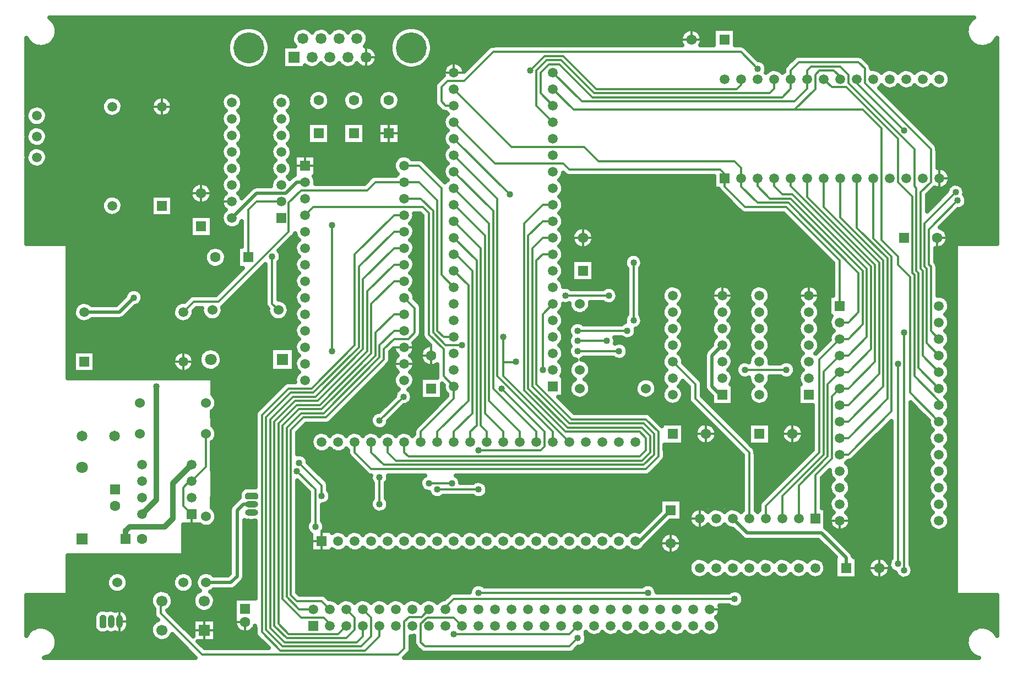
<source format=gbr>
G04 DipTrace 2.4.0.2*
%INBottom.gbr*%
%MOIN*%
%ADD13C,0.013*%
%ADD14C,0.032*%
%ADD15C,0.02*%
%ADD16C,0.025*%
%ADD20C,0.063*%
%ADD21R,0.063X0.063*%
%ADD22R,0.0709X0.0709*%
%ADD23C,0.0709*%
%ADD24R,0.0591X0.0591*%
%ADD25C,0.0591*%
%ADD26C,0.063*%
%ADD27R,0.0665X0.0665*%
%ADD28C,0.0665*%
%ADD29C,0.1874*%
%ADD30C,0.065*%
%ADD31C,0.06*%
%ADD32C,0.06*%
%ADD33R,0.0669X0.0669*%
%ADD34C,0.0669*%
%ADD35O,0.0394X0.0787*%
%ADD36O,0.0787X0.0394*%
%ADD37C,0.04*%
%FSLAX44Y44*%
G04*
G70*
G90*
G75*
G01*
%LNBottom*%
%LPD*%
X51900Y29600D2*
D13*
Y25975D1*
X53000Y24875D1*
Y15500D1*
X50375Y12875D1*
X49870D1*
X32500Y25000D2*
X31875D1*
X31500Y24625D1*
Y17125D1*
X33625Y15000D1*
X38125D1*
X38875Y14250D1*
Y12750D1*
X38125Y12000D1*
X21500D1*
X20500Y13000D1*
Y13625D1*
X50900Y29600D2*
Y26600D1*
X52750Y24750D1*
Y16250D1*
X50375Y13875D1*
X49870D1*
X32500Y26000D2*
X31875D1*
X31250Y25375D1*
Y17000D1*
X33500Y14750D1*
X38000D1*
X38625Y14125D1*
Y12875D1*
X38000Y12250D1*
X22250D1*
X21500Y13000D1*
Y13625D1*
X49900Y29600D2*
Y27225D1*
X52500Y24625D1*
Y17000D1*
X50375Y14875D1*
X49870D1*
X32500Y27000D2*
X31875D1*
X31000Y26125D1*
Y16875D1*
X33375Y14500D1*
X37875D1*
X38375Y14000D1*
Y13000D1*
X37875Y12500D1*
X23000D1*
X22500Y13000D1*
Y13625D1*
X48900Y29600D2*
Y27850D1*
X52250Y24500D1*
Y17750D1*
X50375Y15875D1*
X49870D1*
X32500Y28000D2*
X31875D1*
X30750Y26875D1*
Y16750D1*
X33250Y14250D1*
X37750D1*
X38125Y13875D1*
Y13125D1*
X37750Y12750D1*
X23750D1*
X23500Y13000D1*
Y13625D1*
X47900Y29600D2*
Y28475D1*
X52000Y24375D1*
Y18500D1*
X50375Y16875D1*
X49870D1*
X48375Y9000D2*
Y11625D1*
X49375Y12625D1*
Y16380D1*
X49870Y16875D1*
Y17875D2*
X50375D1*
X51750Y19250D1*
Y24250D1*
X46875Y29125D1*
Y29575D1*
X46900Y29600D1*
X47375Y9000D2*
Y11000D1*
X49125Y12750D1*
Y17130D1*
X49870Y17875D1*
Y18875D2*
X50375D1*
X51500Y20000D1*
Y24125D1*
X47000Y28625D1*
X46375D1*
X45875Y29125D1*
Y29575D1*
X45900Y29600D1*
X46375Y9000D2*
Y10375D1*
X48875Y12875D1*
Y17880D1*
X49870Y18875D1*
Y19875D2*
X50375D1*
X51250Y20750D1*
Y24000D1*
X46875Y28375D1*
X45625D1*
X44875Y29125D1*
Y29575D1*
X44900Y29600D1*
X45375Y9000D2*
Y9750D1*
X48625Y13000D1*
Y18630D1*
X49870Y19875D1*
X45900Y35600D2*
Y35025D1*
X45625Y34750D1*
X35000D1*
X33000Y36750D1*
X32125D1*
X31500Y36125D1*
Y34000D1*
X32500Y33000D1*
X55870Y18875D2*
X55125Y19620D1*
Y24125D1*
X55000Y24250D1*
Y26875D1*
X56875Y28750D1*
X46900Y35600D2*
Y35025D1*
X46375Y34500D1*
X34875D1*
X32875Y36500D1*
X32250D1*
X31750Y36000D1*
Y34750D1*
X32500Y34000D1*
X55870Y17875D2*
X54875Y18870D1*
Y24000D1*
X54750Y24125D1*
Y28750D1*
X55375Y29375D1*
Y31375D1*
X51375Y35375D1*
Y36250D1*
X51000Y36625D1*
X47375D1*
X46875Y36125D1*
Y35600D1*
X46900D1*
X32500Y35000D2*
X33750Y33750D1*
X47125D1*
X48375Y35000D1*
Y35875D1*
X48625Y36125D1*
X49500D1*
X49875Y35750D1*
Y35600D1*
X49900D1*
X50000D2*
X49900D1*
X55870Y14875D2*
X54125Y16620D1*
Y23625D1*
X53375Y24375D1*
Y24875D1*
X52375Y25875D1*
Y32625D1*
X51250Y33750D1*
X47125D1*
X47900Y35600D2*
Y35025D1*
X47125Y34250D1*
X34250D1*
X32500Y36000D1*
X55870Y16875D2*
X54625Y18120D1*
Y23875D1*
X54500Y24000D1*
Y29000D1*
X54375Y29125D1*
Y31375D1*
X50375Y35375D1*
Y35875D1*
X49875Y36375D1*
X48125D1*
X47875Y36125D1*
Y35600D1*
X47900D1*
X43900Y29600D2*
Y29100D1*
X44875Y28125D1*
X46750D1*
X51000Y23875D1*
Y21500D1*
X50375Y20875D1*
X49870D1*
X43900Y29600D2*
Y30225D1*
X43500Y30625D1*
X35250D1*
X34375Y31500D1*
X30000D1*
X26500Y35000D1*
X44900Y36225D2*
X43875Y37250D1*
X28875D1*
X27125Y35500D1*
X26125D1*
X25750Y35125D1*
Y34250D1*
X26000Y34000D1*
X26500D1*
X55870Y19875D2*
X55375Y20370D1*
Y24250D1*
X55250Y24375D1*
Y26500D1*
X57000Y28250D1*
X42900Y29600D2*
Y29100D1*
X44125Y27875D1*
X46625D1*
X49870Y24630D1*
Y21875D1*
X42900Y29600D2*
Y29850D1*
X42625Y30125D1*
X33500D1*
X33125Y30500D1*
X29000D1*
X26500Y33000D1*
Y32000D2*
X29875Y28625D1*
X34000Y20375D2*
X37000D1*
X19125Y19125D2*
Y26750D1*
X26500Y2000D2*
X33500D1*
X34000Y2500D1*
X25500Y13625D2*
Y14250D1*
X27375Y16125D1*
Y23125D1*
X26500Y24000D1*
X18000Y3500D2*
X17125D1*
X16375Y4250D1*
Y14500D1*
X17250Y15375D1*
X18625D1*
X22000Y18750D1*
Y19500D1*
X22875Y20375D1*
X23484D1*
X26500Y13625D2*
Y14250D1*
X27625Y15375D1*
Y24000D1*
X26625Y25000D1*
X26500D1*
X19000Y2500D2*
Y2625D1*
X18625Y3000D1*
X17250D1*
X16125Y4125D1*
Y14625D1*
X17125Y15625D1*
X18500D1*
X21750Y18875D1*
Y20250D1*
X22875Y21375D1*
X23484D1*
X27500Y13625D2*
Y14250D1*
X27875Y14625D1*
Y24625D1*
X26500Y26000D1*
X19000Y3500D2*
X18500Y4000D1*
X17000D1*
X16625Y4375D1*
Y14375D1*
X17375Y15125D1*
X18750D1*
X22250Y18625D1*
Y19250D1*
X22875Y19875D1*
X23750D1*
X24125Y20250D1*
Y21734D1*
X23484Y22375D1*
X28500Y13625D2*
Y14250D1*
X28125Y14625D1*
Y25375D1*
X26500Y27000D1*
X20000Y2500D2*
X19500Y2000D1*
X16500D1*
X15875Y2625D1*
Y14750D1*
X17000Y15875D1*
X18375D1*
X21500Y19000D1*
Y22000D1*
X22875Y23375D1*
X23484D1*
X29500Y13625D2*
Y14250D1*
X28375Y15375D1*
Y26125D1*
X26375Y28125D1*
X26500Y28000D1*
X23484Y24375D2*
X22875D1*
X21250Y22750D1*
Y19125D1*
X18250Y16125D1*
X16875D1*
X15625Y14875D1*
Y2500D1*
X16375Y1750D1*
X20000D1*
X20500Y2250D1*
Y3000D1*
X20000Y3500D1*
X30500Y13625D2*
Y14250D1*
X28625Y16125D1*
Y26875D1*
X26500Y29000D1*
X21000Y2500D2*
Y1875D1*
X20625Y1500D1*
X16250D1*
X15375Y2375D1*
Y15000D1*
X16750Y16375D1*
X18125D1*
X21000Y19250D1*
Y23500D1*
X22875Y25375D1*
X23484D1*
X31500Y13625D2*
Y14250D1*
X28875Y16875D1*
Y27625D1*
X26500Y30000D1*
X23484Y26375D2*
X22875D1*
X20750Y24250D1*
Y19375D1*
X18000Y16625D1*
X16625D1*
X15125Y15125D1*
Y2250D1*
X16125Y1250D1*
X20875D1*
X21500Y1875D1*
Y3000D1*
X21000Y3500D1*
X32500Y13625D2*
Y14250D1*
X29125Y17625D1*
Y28375D1*
X26500Y31000D1*
X22000Y2500D2*
Y1875D1*
X21125Y1000D1*
X16000D1*
X14875Y2125D1*
Y15250D1*
X16500Y16875D1*
X17875D1*
X20500Y19500D1*
Y25000D1*
X22875Y27375D1*
X23484D1*
X10630Y11255D2*
X10505D1*
X10125Y10875D1*
Y9760D1*
X10630Y9255D1*
Y11255D2*
X11500Y12125D1*
Y14125D1*
X8500Y17000D2*
D14*
Y10125D1*
X7630Y9255D1*
X44375Y9000D2*
D13*
Y13000D1*
X41125Y16250D1*
Y17125D1*
X39750Y18500D1*
X15875Y21625D2*
X15500Y22000D1*
Y24875D1*
X23484Y28375D2*
X24500D1*
X25250Y27625D1*
Y20250D1*
X26000Y19500D1*
X27000D1*
X18500Y10375D2*
Y11000D1*
X17125Y12375D1*
X55870Y15875D2*
Y16130D1*
X54375Y17625D1*
Y23750D1*
X54250Y23875D1*
Y28500D1*
X53375Y29375D1*
Y32000D1*
X50250Y35125D1*
X49375D1*
X48900Y35600D1*
X26000Y3500D2*
Y3625D1*
X26500Y4125D1*
X43500D1*
X53375Y6250D2*
Y18375D1*
X43900Y35600D2*
Y35275D1*
X43625Y35000D1*
X35125D1*
X33125Y37000D1*
X32000D1*
X31125Y36125D1*
X33250Y22500D2*
X35875D1*
X53750Y20250D2*
Y5875D1*
X34000Y1750D2*
X33500Y1250D1*
X24750D1*
X24500Y1500D1*
Y2625D1*
X24875Y3000D1*
X26500D1*
X27000Y2500D1*
X11500Y5130D2*
D15*
X13005D1*
X13375Y5500D1*
Y9500D1*
X13750Y9875D1*
X14250D1*
X25500Y10750D2*
D13*
X28000D1*
Y13125D2*
X31750D1*
X32000Y13375D1*
Y14250D1*
X29375Y16875D1*
X31875Y18000D2*
Y21375D1*
X32500Y22000D1*
X23484Y29375D2*
X21750D1*
X21250Y28875D1*
X17250D1*
X16500Y28125D1*
Y26375D1*
X12250Y22125D1*
X10750D1*
X10125Y21500D1*
X26500Y20000D2*
X25875D1*
X25500Y20375D1*
Y28250D1*
X24375Y29375D1*
X23484D1*
X29500Y20000D2*
Y18466D1*
Y17625D1*
X33500Y13625D1*
X18125Y8500D2*
Y10750D1*
X17000Y11875D1*
X29500Y18466D2*
X30216D1*
X30250Y18500D1*
X34000Y19125D2*
X36500D1*
X7125Y22375D2*
D15*
X6250Y21500D1*
X4125D1*
X37500Y7625D2*
X37750D1*
X39625Y9500D1*
X50250Y6000D2*
Y6625D1*
X48750Y8125D1*
X44250D1*
X43375Y9000D1*
X13069Y27191D2*
X14569Y28691D1*
X16316D1*
X17000Y29375D1*
X17500D1*
X42750Y16500D2*
X42625D1*
X42125Y17000D1*
Y18875D1*
X42750Y19500D1*
X6625Y7750D2*
D14*
Y8250D1*
X6875Y8500D1*
X9000D1*
X9500Y9000D1*
Y11125D1*
X10630Y12255D1*
X46625Y18000D2*
D13*
X44125D1*
X26500Y17000D2*
Y16250D1*
X24500Y14250D1*
Y13625D1*
X26500Y17000D2*
X25875Y17625D1*
Y19250D1*
X25000Y20125D1*
Y27500D1*
X24625Y27875D1*
X18000D1*
X17500Y27375D1*
X8820Y4011D2*
X8750D1*
Y3250D1*
X11250Y750D1*
X23125D1*
X23500Y1125D1*
Y2750D1*
X23794Y3044D1*
X24544D1*
X25000Y3500D1*
X26375Y11125D2*
X25000D1*
X50900Y35600D2*
Y35350D1*
X53750Y32500D1*
X37375Y24500D2*
Y21000D1*
X23484Y30375D2*
X24375D1*
X25750Y29000D1*
Y23750D1*
X26500Y23000D1*
X35750Y19750D2*
X34000D1*
X28000Y4500D2*
X38250D1*
X22000Y9875D2*
Y11500D1*
Y14935D2*
X23444Y16378D1*
X16069Y28191D2*
X14566D1*
X14069Y27694D1*
Y24816D1*
D37*
X56875Y28750D3*
X44900Y36225D3*
X57000Y28250D3*
X29875Y28625D3*
X34000Y20375D3*
X37000D3*
X19125Y19125D3*
Y26750D3*
X26500Y2000D3*
X8500Y17000D3*
X15500Y24875D3*
X27000Y19500D3*
X18500Y10375D3*
X17125Y12375D3*
X43500Y4125D3*
X53375Y6250D3*
X31125Y36125D3*
X33250Y22500D3*
X35875D3*
X53750Y20250D3*
Y5875D3*
X34000Y1750D3*
X25500Y10750D3*
X28000D3*
Y13125D3*
X29375Y16875D3*
X31875Y18000D3*
X29500Y20000D3*
X18125Y8500D3*
X17000Y11875D3*
X30250Y18500D3*
X34000Y19125D3*
X36500D3*
X7125Y22375D3*
X46625Y18000D3*
X44125D3*
X26375Y11125D3*
X25000D3*
X53750Y32500D3*
X37375Y24500D3*
Y21000D3*
X35750Y19750D3*
X34000D3*
X28000Y4500D3*
X38250D3*
X22000Y9875D3*
Y11500D3*
Y14935D3*
X23444Y16378D3*
X53375Y18375D3*
X2300Y39064D2*
D16*
X57700D1*
X2433Y38815D2*
X57567D1*
X2484Y38566D2*
X13364D1*
X14800D2*
X16907D1*
X17824D2*
X17996D1*
X18914D2*
X19089D1*
X20004D2*
X20176D1*
X21093D2*
X23200D1*
X24636D2*
X40532D1*
X41218D2*
X42200D1*
X43550D2*
X57516D1*
X2468Y38318D2*
X13082D1*
X15082D2*
X16723D1*
X21277D2*
X22918D1*
X24918D2*
X40282D1*
X41468D2*
X42200D1*
X43550D2*
X57532D1*
X2382Y38069D2*
X12918D1*
X15242D2*
X16672D1*
X21328D2*
X22758D1*
X25082D2*
X40204D1*
X41546D2*
X42200D1*
X43550D2*
X57618D1*
X650Y37820D2*
X797D1*
X2203D2*
X12825D1*
X15336D2*
X16715D1*
X21285D2*
X22664D1*
X25175D2*
X40227D1*
X41523D2*
X42200D1*
X43550D2*
X57797D1*
X59203D2*
X59352D1*
X650Y37572D2*
X1231D1*
X1769D2*
X12786D1*
X15375D2*
X16125D1*
X21425D2*
X22625D1*
X25214D2*
X28614D1*
X44136D2*
X58231D1*
X58769D2*
X59352D1*
X650Y37323D2*
X12797D1*
X15367D2*
X16125D1*
X21754D2*
X22633D1*
X25203D2*
X28356D1*
X44394D2*
X59352D1*
X650Y37074D2*
X12856D1*
X15304D2*
X16125D1*
X21859D2*
X22696D1*
X25144D2*
X28110D1*
X44640D2*
X59352D1*
X650Y36826D2*
X12977D1*
X15183D2*
X16125D1*
X21863D2*
X22817D1*
X25023D2*
X27860D1*
X44890D2*
X46985D1*
X51390D2*
X59352D1*
X650Y36577D2*
X13180D1*
X14980D2*
X16125D1*
X21765D2*
X23020D1*
X24820D2*
X26223D1*
X26777D2*
X27610D1*
X45328D2*
X46735D1*
X51640D2*
X59352D1*
X650Y36328D2*
X13563D1*
X14601D2*
X16125D1*
X18199D2*
X18711D1*
X19289D2*
X19801D1*
X20382D2*
X20891D1*
X21472D2*
X23399D1*
X24437D2*
X25938D1*
X27062D2*
X27364D1*
X45449D2*
X46504D1*
X51793D2*
X59352D1*
X650Y36080D2*
X25848D1*
X52336D2*
X52466D1*
X53336D2*
X53466D1*
X54336D2*
X54466D1*
X55336D2*
X55466D1*
X56336D2*
X59352D1*
X650Y35831D2*
X25868D1*
X56511D2*
X59352D1*
X650Y35582D2*
X25618D1*
X56554D2*
X59352D1*
X650Y35333D2*
X25383D1*
X56496D2*
X59352D1*
X650Y35085D2*
X25325D1*
X52289D2*
X52512D1*
X53289D2*
X53512D1*
X54289D2*
X54512D1*
X55289D2*
X55512D1*
X56289D2*
X59352D1*
X650Y34836D2*
X17903D1*
X18734D2*
X20028D1*
X20859D2*
X22153D1*
X22984D2*
X25325D1*
X52504D2*
X59352D1*
X650Y34587D2*
X12555D1*
X13586D2*
X15555D1*
X16586D2*
X17704D1*
X18933D2*
X19829D1*
X21058D2*
X21954D1*
X23183D2*
X25325D1*
X52754D2*
X59352D1*
X650Y34339D2*
X5305D1*
X6332D2*
X8305D1*
X9332D2*
X12430D1*
X13707D2*
X15430D1*
X16707D2*
X17645D1*
X18992D2*
X19770D1*
X21117D2*
X21895D1*
X23242D2*
X25325D1*
X53004D2*
X59352D1*
X650Y34090D2*
X5180D1*
X6457D2*
X8180D1*
X9457D2*
X12422D1*
X13714D2*
X15422D1*
X16714D2*
X17684D1*
X18953D2*
X19809D1*
X21078D2*
X21934D1*
X23203D2*
X25360D1*
X53250D2*
X59352D1*
X650Y33841D2*
X789D1*
X1711D2*
X5172D1*
X6464D2*
X8172D1*
X9464D2*
X12520D1*
X13617D2*
X15520D1*
X16617D2*
X17848D1*
X18789D2*
X19973D1*
X20914D2*
X22098D1*
X23039D2*
X25567D1*
X53500D2*
X59352D1*
X1871Y33593D2*
X5270D1*
X6371D2*
X8270D1*
X9371D2*
X12559D1*
X13578D2*
X15559D1*
X16578D2*
X25993D1*
X53750D2*
X59352D1*
X1902Y33344D2*
X5590D1*
X6046D2*
X8590D1*
X9046D2*
X12434D1*
X13707D2*
X15434D1*
X16707D2*
X25946D1*
X53996D2*
X59352D1*
X1836Y33095D2*
X12422D1*
X13718D2*
X15422D1*
X16718D2*
X25852D1*
X54246D2*
X59352D1*
X650Y32847D2*
X899D1*
X1601D2*
X12516D1*
X13621D2*
X15516D1*
X16621D2*
X17645D1*
X18992D2*
X19770D1*
X21117D2*
X21895D1*
X23242D2*
X25864D1*
X54496D2*
X59352D1*
X650Y32598D2*
X809D1*
X1691D2*
X12563D1*
X13574D2*
X15563D1*
X16574D2*
X17645D1*
X18992D2*
X19770D1*
X21117D2*
X21895D1*
X23242D2*
X25989D1*
X54742D2*
X59352D1*
X1863Y32349D2*
X12434D1*
X13703D2*
X15434D1*
X16703D2*
X17645D1*
X18992D2*
X19770D1*
X21117D2*
X21895D1*
X23242D2*
X25950D1*
X54992D2*
X59352D1*
X1906Y32101D2*
X12418D1*
X13718D2*
X15418D1*
X16718D2*
X17645D1*
X18992D2*
X19770D1*
X21117D2*
X21895D1*
X23242D2*
X25852D1*
X55242D2*
X59352D1*
X1843Y31852D2*
X12512D1*
X13625D2*
X15512D1*
X16625D2*
X17645D1*
X18992D2*
X19770D1*
X21117D2*
X21895D1*
X23242D2*
X25864D1*
X55488D2*
X59352D1*
X650Y31603D2*
X871D1*
X1629D2*
X12567D1*
X13570D2*
X15567D1*
X16570D2*
X25985D1*
X55730D2*
X59352D1*
X650Y31354D2*
X829D1*
X1671D2*
X12434D1*
X13703D2*
X15434D1*
X16703D2*
X25954D1*
X55800D2*
X59352D1*
X1859Y31106D2*
X12418D1*
X13718D2*
X15418D1*
X16718D2*
X25852D1*
X55800D2*
X59352D1*
X1906Y30857D2*
X12508D1*
X13629D2*
X15508D1*
X16629D2*
X16844D1*
X18156D2*
X23055D1*
X23914D2*
X25860D1*
X55800D2*
X59352D1*
X1851Y30608D2*
X12571D1*
X13566D2*
X15571D1*
X16566D2*
X16844D1*
X18156D2*
X22875D1*
X24734D2*
X25981D1*
X55800D2*
X59352D1*
X650Y30360D2*
X848D1*
X1652D2*
X12438D1*
X13703D2*
X15438D1*
X16703D2*
X16847D1*
X18156D2*
X22829D1*
X24980D2*
X25957D1*
X55800D2*
X59352D1*
X650Y30111D2*
X12418D1*
X13718D2*
X15418D1*
X16718D2*
X16847D1*
X18156D2*
X22887D1*
X25230D2*
X25856D1*
X56293D2*
X59352D1*
X650Y29862D2*
X12504D1*
X13632D2*
X15504D1*
X16632D2*
X16844D1*
X18156D2*
X23059D1*
X25480D2*
X25860D1*
X56500D2*
X59352D1*
X650Y29614D2*
X12579D1*
X13562D2*
X15579D1*
X18109D2*
X21399D1*
X25726D2*
X25977D1*
X33023D2*
X42246D1*
X56554D2*
X59352D1*
X650Y29365D2*
X12438D1*
X13699D2*
X15438D1*
X18156D2*
X21149D1*
X33039D2*
X42246D1*
X56511D2*
X59352D1*
X650Y29116D2*
X10676D1*
X11711D2*
X12418D1*
X13718D2*
X14454D1*
X33144D2*
X42246D1*
X56328D2*
X56460D1*
X57289D2*
X59352D1*
X650Y28868D2*
X10543D1*
X11843D2*
X12504D1*
X13636D2*
X14106D1*
X33140D2*
X42551D1*
X55457D2*
X56329D1*
X57421D2*
X59352D1*
X650Y28619D2*
X10524D1*
X11863D2*
X12582D1*
X13558D2*
X13856D1*
X33027D2*
X42789D1*
X55211D2*
X56153D1*
X57418D2*
X59352D1*
X650Y28370D2*
X5332D1*
X6304D2*
X8164D1*
X9472D2*
X10602D1*
X11785D2*
X12438D1*
X33035D2*
X43039D1*
X55175D2*
X55907D1*
X57546D2*
X59352D1*
X650Y28122D2*
X5192D1*
X6449D2*
X8164D1*
X9472D2*
X10856D1*
X11531D2*
X12418D1*
X33144D2*
X43289D1*
X55175D2*
X55657D1*
X57543D2*
X59352D1*
X650Y27873D2*
X5168D1*
X6472D2*
X8164D1*
X9472D2*
X12500D1*
X33140D2*
X43536D1*
X55175D2*
X55407D1*
X57406D2*
X59352D1*
X650Y27624D2*
X5250D1*
X6390D2*
X8164D1*
X9472D2*
X12586D1*
X33031D2*
X43786D1*
X56964D2*
X59352D1*
X650Y27375D2*
X5516D1*
X6121D2*
X8164D1*
X9472D2*
X12442D1*
X24140D2*
X24536D1*
X33031D2*
X46536D1*
X56714D2*
X59352D1*
X650Y27127D2*
X10520D1*
X11867D2*
X12418D1*
X24089D2*
X24575D1*
X33144D2*
X46782D1*
X56468D2*
X59352D1*
X650Y26878D2*
X10520D1*
X11867D2*
X12496D1*
X23898D2*
X24575D1*
X33144D2*
X47032D1*
X56218D2*
X59352D1*
X650Y26629D2*
X10520D1*
X11867D2*
X12758D1*
X13379D2*
X13645D1*
X24086D2*
X24575D1*
X33035D2*
X34125D1*
X34500D2*
X47282D1*
X55968D2*
X59352D1*
X650Y26381D2*
X10520D1*
X11867D2*
X13645D1*
X24140D2*
X24575D1*
X33027D2*
X33762D1*
X34863D2*
X47528D1*
X56300D2*
X59352D1*
X650Y26132D2*
X10520D1*
X11867D2*
X13645D1*
X24089D2*
X24575D1*
X33140D2*
X33653D1*
X34972D2*
X47778D1*
X56410D2*
X59352D1*
X650Y25883D2*
X13645D1*
X16597D2*
X17082D1*
X23902D2*
X24575D1*
X33144D2*
X33649D1*
X34976D2*
X48028D1*
X56414D2*
X59352D1*
X650Y25635D2*
X13645D1*
X16351D2*
X16903D1*
X24082D2*
X24575D1*
X33039D2*
X33750D1*
X34875D2*
X48274D1*
X56312D2*
X59352D1*
X3148Y25386D2*
X11731D1*
X12406D2*
X13395D1*
X16101D2*
X16844D1*
X24140D2*
X24575D1*
X33023D2*
X34075D1*
X34550D2*
X48524D1*
X55988D2*
X56852D1*
X3148Y25137D2*
X11481D1*
X12660D2*
X13395D1*
X15992D2*
X16891D1*
X24093D2*
X24575D1*
X33140D2*
X48774D1*
X55675D2*
X56852D1*
X3148Y24889D2*
X11399D1*
X12738D2*
X13395D1*
X16058D2*
X17075D1*
X23910D2*
X24575D1*
X33144D2*
X36981D1*
X37769D2*
X49020D1*
X55675D2*
X56852D1*
X3148Y24640D2*
X11418D1*
X12718D2*
X13395D1*
X16004D2*
X16903D1*
X24082D2*
X24575D1*
X33043D2*
X33637D1*
X34988D2*
X36832D1*
X37918D2*
X49270D1*
X55675D2*
X56852D1*
X3148Y24391D2*
X11551D1*
X12586D2*
X13395D1*
X15925D2*
X16844D1*
X24140D2*
X24575D1*
X33019D2*
X33637D1*
X34988D2*
X36825D1*
X37925D2*
X49446D1*
X55773D2*
X56852D1*
X3148Y24143D2*
X13676D1*
X14859D2*
X15075D1*
X15925D2*
X16891D1*
X24093D2*
X24575D1*
X33140D2*
X33637D1*
X34988D2*
X36950D1*
X37800D2*
X49446D1*
X55800D2*
X56852D1*
X3148Y23894D2*
X13430D1*
X14609D2*
X15075D1*
X15925D2*
X17067D1*
X23918D2*
X24575D1*
X33148D2*
X33637D1*
X34988D2*
X36950D1*
X37800D2*
X49446D1*
X55800D2*
X56852D1*
X3148Y23645D2*
X13180D1*
X14359D2*
X15075D1*
X15925D2*
X16907D1*
X24078D2*
X24575D1*
X33046D2*
X33637D1*
X34988D2*
X36950D1*
X37800D2*
X49446D1*
X55800D2*
X56852D1*
X3148Y23396D2*
X12930D1*
X14113D2*
X15075D1*
X15925D2*
X16844D1*
X24140D2*
X24575D1*
X33015D2*
X33637D1*
X34988D2*
X36950D1*
X37800D2*
X49446D1*
X55800D2*
X56852D1*
X3148Y23148D2*
X12684D1*
X13863D2*
X15075D1*
X15925D2*
X16887D1*
X24097D2*
X24575D1*
X33136D2*
X36950D1*
X37800D2*
X49446D1*
X55800D2*
X56852D1*
X3148Y22899D2*
X6993D1*
X7257D2*
X12434D1*
X13613D2*
X15075D1*
X15925D2*
X17063D1*
X23921D2*
X24575D1*
X36257D2*
X36950D1*
X37800D2*
X39239D1*
X40261D2*
X42239D1*
X43261D2*
X44489D1*
X45511D2*
X47489D1*
X48511D2*
X49446D1*
X55800D2*
X56852D1*
X3148Y22650D2*
X6641D1*
X7609D2*
X12184D1*
X13367D2*
X15075D1*
X15925D2*
X16907D1*
X24078D2*
X24575D1*
X36414D2*
X36950D1*
X37800D2*
X39114D1*
X40386D2*
X42114D1*
X43386D2*
X44364D1*
X45636D2*
X47364D1*
X48636D2*
X49446D1*
X55800D2*
X56852D1*
X3148Y22402D2*
X6512D1*
X7683D2*
X10438D1*
X13117D2*
X15075D1*
X15925D2*
X16844D1*
X24140D2*
X24575D1*
X36425D2*
X36950D1*
X37800D2*
X39102D1*
X40398D2*
X42102D1*
X43398D2*
X44352D1*
X45648D2*
X47352D1*
X48648D2*
X49215D1*
X56242D2*
X56852D1*
X3148Y22153D2*
X6262D1*
X7636D2*
X10188D1*
X12867D2*
X15075D1*
X16254D2*
X16887D1*
X24296D2*
X24575D1*
X36308D2*
X36950D1*
X37800D2*
X39200D1*
X40300D2*
X42200D1*
X43300D2*
X44450D1*
X45550D2*
X47450D1*
X48550D2*
X49215D1*
X56461D2*
X56852D1*
X3148Y21904D2*
X3618D1*
X7406D2*
X9618D1*
X12621D2*
X15086D1*
X16468D2*
X17055D1*
X33148D2*
X33473D1*
X34777D2*
X36950D1*
X37800D2*
X39243D1*
X40257D2*
X42243D1*
X43257D2*
X44493D1*
X45507D2*
X47493D1*
X48507D2*
X49215D1*
X56523D2*
X56852D1*
X3148Y21656D2*
X3489D1*
X7046D2*
X9489D1*
X10871D2*
X11215D1*
X12535D2*
X15215D1*
X16535D2*
X16911D1*
X33054D2*
X33567D1*
X34683D2*
X36950D1*
X37800D2*
X39114D1*
X40386D2*
X42114D1*
X43386D2*
X44364D1*
X45636D2*
X47364D1*
X48636D2*
X49215D1*
X56484D2*
X56852D1*
X3148Y21407D2*
X3477D1*
X6796D2*
X9477D1*
X10773D2*
X11254D1*
X12496D2*
X15254D1*
X16496D2*
X16844D1*
X33007D2*
X33871D1*
X34379D2*
X36950D1*
X37800D2*
X39102D1*
X40398D2*
X42102D1*
X43398D2*
X44352D1*
X45648D2*
X47352D1*
X48648D2*
X49215D1*
X56316D2*
X56852D1*
X3148Y21158D2*
X3571D1*
X6543D2*
X9571D1*
X10679D2*
X11418D1*
X12332D2*
X15418D1*
X16332D2*
X16883D1*
X33136D2*
X36840D1*
X37910D2*
X39196D1*
X40304D2*
X42196D1*
X43304D2*
X44446D1*
X45554D2*
X47446D1*
X48554D2*
X49282D1*
X56457D2*
X56852D1*
X3148Y20910D2*
X3879D1*
X4371D2*
X9879D1*
X10371D2*
X17051D1*
X33148D2*
X33957D1*
X34041D2*
X36825D1*
X37925D2*
X39246D1*
X40254D2*
X42246D1*
X43254D2*
X44496D1*
X45504D2*
X47496D1*
X48504D2*
X49215D1*
X56523D2*
X56852D1*
X3148Y20661D2*
X16914D1*
X33054D2*
X33524D1*
X37812D2*
X39118D1*
X40382D2*
X42118D1*
X43382D2*
X44368D1*
X45632D2*
X47368D1*
X48632D2*
X49250D1*
X56488D2*
X56852D1*
X3148Y20412D2*
X16844D1*
X33004D2*
X33442D1*
X37558D2*
X39102D1*
X40398D2*
X42102D1*
X43398D2*
X44352D1*
X45648D2*
X47352D1*
X48648D2*
X49418D1*
X56324D2*
X56852D1*
X3148Y20164D2*
X16883D1*
X33132D2*
X33485D1*
X37515D2*
X39192D1*
X40308D2*
X42192D1*
X43308D2*
X44442D1*
X45558D2*
X47442D1*
X48558D2*
X49286D1*
X56457D2*
X56852D1*
X3148Y19915D2*
X17043D1*
X24379D2*
X24633D1*
X33148D2*
X33465D1*
X36285D2*
X36704D1*
X37296D2*
X39250D1*
X40250D2*
X42250D1*
X43250D2*
X44500D1*
X45500D2*
X47500D1*
X48500D2*
X49215D1*
X56523D2*
X56852D1*
X3148Y19666D2*
X16914D1*
X24132D2*
X24868D1*
X33058D2*
X33446D1*
X36304D2*
X39118D1*
X40382D2*
X42118D1*
X43382D2*
X44368D1*
X45632D2*
X47368D1*
X48632D2*
X49071D1*
X56488D2*
X56852D1*
X3148Y19417D2*
X16848D1*
X24136D2*
X24743D1*
X32996D2*
X33528D1*
X36972D2*
X39102D1*
X40398D2*
X42028D1*
X43398D2*
X44352D1*
X45648D2*
X47352D1*
X48648D2*
X48821D1*
X56328D2*
X56852D1*
X3148Y19169D2*
X11325D1*
X12222D2*
X15411D1*
X24105D2*
X24520D1*
X33132D2*
X33442D1*
X37058D2*
X39188D1*
X40312D2*
X41778D1*
X43312D2*
X44438D1*
X45562D2*
X47438D1*
X56453D2*
X56852D1*
X3148Y18920D2*
X3469D1*
X4781D2*
X9629D1*
X10621D2*
X11125D1*
X12421D2*
X15411D1*
X16839D2*
X17039D1*
X22675D2*
X23024D1*
X23945D2*
X24454D1*
X33152D2*
X33481D1*
X37019D2*
X39254D1*
X40246D2*
X41668D1*
X43246D2*
X44504D1*
X45496D2*
X47504D1*
X56523D2*
X56852D1*
X3148Y18671D2*
X3469D1*
X4781D2*
X9493D1*
X10757D2*
X11063D1*
X12488D2*
X15411D1*
X22675D2*
X22903D1*
X24066D2*
X24485D1*
X33062D2*
X33692D1*
X34308D2*
X36192D1*
X36808D2*
X39118D1*
X40382D2*
X41664D1*
X43382D2*
X44368D1*
X45632D2*
X47368D1*
X56492D2*
X56852D1*
X3148Y18423D2*
X3469D1*
X4781D2*
X9473D1*
X10777D2*
X11090D1*
X12457D2*
X15411D1*
X22621D2*
X22832D1*
X24136D2*
X24633D1*
X32992D2*
X33625D1*
X34625D2*
X39098D1*
X40418D2*
X41664D1*
X43402D2*
X43774D1*
X45652D2*
X46274D1*
X46976D2*
X47348D1*
X56336D2*
X56852D1*
X3148Y18174D2*
X3469D1*
X4781D2*
X9559D1*
X10691D2*
X11227D1*
X12320D2*
X15411D1*
X22390D2*
X22864D1*
X24105D2*
X25450D1*
X33132D2*
X33489D1*
X34761D2*
X39184D1*
X40668D2*
X41664D1*
X43316D2*
X43594D1*
X47156D2*
X47434D1*
X56449D2*
X56852D1*
X3148Y17925D2*
X3469D1*
X4781D2*
X9840D1*
X10410D2*
X17032D1*
X22140D2*
X23016D1*
X23949D2*
X25450D1*
X33152D2*
X33469D1*
X34781D2*
X39258D1*
X40914D2*
X41664D1*
X43242D2*
X43571D1*
X47179D2*
X47508D1*
X56523D2*
X56852D1*
X3148Y17677D2*
X16922D1*
X21890D2*
X22907D1*
X24062D2*
X25450D1*
X33066D2*
X33555D1*
X34695D2*
X39121D1*
X41164D2*
X41664D1*
X43379D2*
X43672D1*
X47078D2*
X47371D1*
X56492D2*
X56852D1*
X11886Y17428D2*
X16848D1*
X21644D2*
X22832D1*
X24136D2*
X24450D1*
X33156D2*
X33789D1*
X34461D2*
X37789D1*
X38461D2*
X39098D1*
X41414D2*
X41664D1*
X43402D2*
X44348D1*
X45652D2*
X47348D1*
X56339D2*
X56852D1*
X11898Y17179D2*
X16215D1*
X21394D2*
X22860D1*
X24109D2*
X24450D1*
X33156D2*
X33543D1*
X34707D2*
X37543D1*
X38707D2*
X39184D1*
X40316D2*
X40481D1*
X43316D2*
X44434D1*
X45566D2*
X47434D1*
X56445D2*
X56852D1*
X11898Y16931D2*
X15965D1*
X21148D2*
X23012D1*
X23957D2*
X24450D1*
X33156D2*
X33469D1*
X34781D2*
X37469D1*
X38781D2*
X39266D1*
X40234D2*
X40700D1*
X43406D2*
X44516D1*
X45484D2*
X47344D1*
X56523D2*
X56852D1*
X11898Y16682D2*
X15715D1*
X20898D2*
X22977D1*
X23910D2*
X24450D1*
X25800D2*
X25929D1*
X33156D2*
X33496D1*
X34754D2*
X37496D1*
X38754D2*
X39121D1*
X40379D2*
X40700D1*
X41550D2*
X41801D1*
X43406D2*
X44371D1*
X45629D2*
X47344D1*
X56496D2*
X56852D1*
X11988Y16433D2*
X15469D1*
X20648D2*
X22887D1*
X24000D2*
X24450D1*
X25800D2*
X26075D1*
X33156D2*
X33645D1*
X34605D2*
X37645D1*
X38605D2*
X39098D1*
X40402D2*
X40700D1*
X41550D2*
X42051D1*
X43406D2*
X44348D1*
X45652D2*
X47344D1*
X56343D2*
X56852D1*
X12132Y16185D2*
X15219D1*
X20402D2*
X22661D1*
X23968D2*
X25844D1*
X33031D2*
X39180D1*
X40320D2*
X40707D1*
X41781D2*
X42094D1*
X43406D2*
X44430D1*
X45570D2*
X47344D1*
X56445D2*
X56852D1*
X12156Y15936D2*
X14969D1*
X20152D2*
X22411D1*
X23769D2*
X25594D1*
X33281D2*
X39446D1*
X40054D2*
X40848D1*
X43406D2*
X44696D1*
X45304D2*
X47344D1*
X56523D2*
X56852D1*
X12078Y15687D2*
X14723D1*
X19902D2*
X22161D1*
X23343D2*
X25348D1*
X33527D2*
X41098D1*
X42277D2*
X48200D1*
X54175D2*
X54469D1*
X56496D2*
X56852D1*
X11898Y15438D2*
X14496D1*
X19656D2*
X21797D1*
X23093D2*
X25098D1*
X33777D2*
X41344D1*
X42527D2*
X48200D1*
X54175D2*
X54715D1*
X56351D2*
X56852D1*
X11898Y15190D2*
X14450D1*
X19406D2*
X21504D1*
X22847D2*
X24848D1*
X38527D2*
X41594D1*
X42777D2*
X48200D1*
X54175D2*
X54965D1*
X56441D2*
X56852D1*
X11898Y14941D2*
X14450D1*
X19156D2*
X21442D1*
X22597D2*
X24602D1*
X38773D2*
X41844D1*
X43023D2*
X48200D1*
X54175D2*
X55215D1*
X56523D2*
X56852D1*
X11898Y14692D2*
X14450D1*
X17535D2*
X21496D1*
X22504D2*
X24352D1*
X40425D2*
X41407D1*
X43273D2*
X44325D1*
X45675D2*
X46657D1*
X47343D2*
X48200D1*
X52785D2*
X52949D1*
X54175D2*
X55243D1*
X56500D2*
X56852D1*
X12074Y14444D2*
X14450D1*
X17285D2*
X21762D1*
X22238D2*
X24125D1*
X40425D2*
X41161D1*
X43523D2*
X44325D1*
X45675D2*
X46411D1*
X47589D2*
X48200D1*
X52535D2*
X52950D1*
X54175D2*
X55387D1*
X56355D2*
X56852D1*
X12156Y14195D2*
X14450D1*
X17050D2*
X18207D1*
X18793D2*
X19207D1*
X19793D2*
X20207D1*
X20793D2*
X21207D1*
X21793D2*
X22207D1*
X22793D2*
X23207D1*
X23793D2*
X24075D1*
X40425D2*
X41079D1*
X42421D2*
X42589D1*
X43769D2*
X44325D1*
X45675D2*
X46329D1*
X47671D2*
X48200D1*
X52285D2*
X52950D1*
X54175D2*
X55301D1*
X56437D2*
X56852D1*
X12132Y13946D2*
X14450D1*
X17050D2*
X17934D1*
X40425D2*
X41102D1*
X42398D2*
X42836D1*
X44019D2*
X44325D1*
X45675D2*
X46352D1*
X47648D2*
X48200D1*
X52039D2*
X52950D1*
X54175D2*
X55219D1*
X56519D2*
X56852D1*
X11996Y13698D2*
X14450D1*
X17050D2*
X17848D1*
X40425D2*
X41235D1*
X42265D2*
X43086D1*
X45675D2*
X46485D1*
X47515D2*
X48200D1*
X51789D2*
X52950D1*
X54175D2*
X55239D1*
X56500D2*
X56852D1*
X11898Y13449D2*
X14450D1*
X17050D2*
X17871D1*
X39300D2*
X43336D1*
X44515D2*
X48200D1*
X51539D2*
X52950D1*
X54175D2*
X55379D1*
X56359D2*
X56852D1*
X11898Y13200D2*
X14450D1*
X17050D2*
X18008D1*
X39300D2*
X43582D1*
X44746D2*
X48200D1*
X51293D2*
X52950D1*
X54175D2*
X55305D1*
X56433D2*
X56852D1*
X11898Y12952D2*
X14450D1*
X17050D2*
X20079D1*
X39300D2*
X43832D1*
X44800D2*
X47985D1*
X51043D2*
X52950D1*
X54175D2*
X55219D1*
X56519D2*
X56852D1*
X11898Y12703D2*
X14450D1*
X17574D2*
X20207D1*
X39296D2*
X43950D1*
X44800D2*
X47739D1*
X50793D2*
X52950D1*
X54175D2*
X55239D1*
X56500D2*
X56852D1*
X11898Y12454D2*
X14450D1*
X17679D2*
X20454D1*
X39171D2*
X43950D1*
X44800D2*
X47489D1*
X50363D2*
X52950D1*
X54175D2*
X55375D1*
X56363D2*
X56852D1*
X11898Y12206D2*
X14450D1*
X17886D2*
X20704D1*
X38921D2*
X43950D1*
X44800D2*
X47239D1*
X50433D2*
X52950D1*
X54175D2*
X55309D1*
X56433D2*
X56852D1*
X11898Y11957D2*
X14450D1*
X18132D2*
X20954D1*
X38671D2*
X43950D1*
X44800D2*
X46993D1*
X50519D2*
X52950D1*
X54175D2*
X55219D1*
X56519D2*
X56852D1*
X11898Y11708D2*
X14450D1*
X18382D2*
X21204D1*
X38421D2*
X43950D1*
X44800D2*
X46743D1*
X49050D2*
X49239D1*
X50504D2*
X52950D1*
X54175D2*
X55239D1*
X56504D2*
X56852D1*
X11898Y11459D2*
X14450D1*
X18632D2*
X21442D1*
X22558D2*
X24559D1*
X26816D2*
X43950D1*
X44800D2*
X46493D1*
X48800D2*
X49371D1*
X50367D2*
X52950D1*
X54175D2*
X55371D1*
X56367D2*
X56852D1*
X11898Y11211D2*
X14450D1*
X18863D2*
X21524D1*
X22476D2*
X24446D1*
X26929D2*
X27704D1*
X28296D2*
X43950D1*
X44800D2*
X46246D1*
X48800D2*
X49313D1*
X50429D2*
X52950D1*
X54175D2*
X55313D1*
X56429D2*
X56852D1*
X11898Y10962D2*
X14450D1*
X17050D2*
X17321D1*
X18925D2*
X21575D1*
X22425D2*
X24465D1*
X28515D2*
X43950D1*
X44800D2*
X45996D1*
X48800D2*
X49219D1*
X50519D2*
X52950D1*
X54175D2*
X55219D1*
X56519D2*
X56852D1*
X11898Y10713D2*
X13598D1*
X17050D2*
X17571D1*
X18941D2*
X21575D1*
X22425D2*
X24633D1*
X28558D2*
X43950D1*
X44800D2*
X45746D1*
X48800D2*
X49235D1*
X50504D2*
X52950D1*
X54175D2*
X55235D1*
X56504D2*
X56852D1*
X11898Y10465D2*
X13496D1*
X17050D2*
X17700D1*
X19050D2*
X21575D1*
X22425D2*
X25024D1*
X28476D2*
X43950D1*
X44800D2*
X45500D1*
X48800D2*
X49368D1*
X50375D2*
X52950D1*
X54175D2*
X55368D1*
X56375D2*
X56852D1*
X11898Y10216D2*
X13454D1*
X17050D2*
X17700D1*
X19035D2*
X21563D1*
X22437D2*
X25446D1*
X25556D2*
X27946D1*
X28056D2*
X43950D1*
X44800D2*
X45250D1*
X48800D2*
X49317D1*
X50425D2*
X52950D1*
X54175D2*
X55317D1*
X56425D2*
X56852D1*
X11898Y9967D2*
X13204D1*
X17050D2*
X17700D1*
X18871D2*
X21450D1*
X22550D2*
X38950D1*
X40300D2*
X43950D1*
X44800D2*
X45016D1*
X48800D2*
X49223D1*
X50519D2*
X52950D1*
X54175D2*
X55223D1*
X56519D2*
X56852D1*
X11894Y9719D2*
X12973D1*
X17050D2*
X17700D1*
X18550D2*
X21465D1*
X22535D2*
X38950D1*
X40300D2*
X43950D1*
X44800D2*
X44950D1*
X48800D2*
X49235D1*
X50504D2*
X52950D1*
X54175D2*
X55235D1*
X56504D2*
X56852D1*
X12062Y9470D2*
X12914D1*
X17050D2*
X17700D1*
X18550D2*
X21625D1*
X22375D2*
X38950D1*
X40300D2*
X40930D1*
X49031D2*
X49364D1*
X50379D2*
X52950D1*
X54175D2*
X55364D1*
X56379D2*
X56852D1*
X12152Y9221D2*
X12914D1*
X17050D2*
X17700D1*
X18550D2*
X38707D1*
X40300D2*
X40758D1*
X49031D2*
X49317D1*
X50421D2*
X52950D1*
X54175D2*
X55317D1*
X56421D2*
X56852D1*
X12140Y8973D2*
X12914D1*
X17050D2*
X17700D1*
X18550D2*
X38457D1*
X40300D2*
X40719D1*
X49031D2*
X49221D1*
X50519D2*
X52950D1*
X54175D2*
X55223D1*
X56519D2*
X56852D1*
X12011Y8724D2*
X12914D1*
X13836D2*
X14450D1*
X17050D2*
X17614D1*
X18636D2*
X38207D1*
X39488D2*
X40782D1*
X49031D2*
X49235D1*
X50507D2*
X52950D1*
X54175D2*
X55235D1*
X56507D2*
X56852D1*
X10148Y8475D2*
X12914D1*
X13836D2*
X14450D1*
X17050D2*
X17567D1*
X18683D2*
X37961D1*
X39242D2*
X41000D1*
X41750D2*
X42000D1*
X42750D2*
X43000D1*
X49031D2*
X49360D1*
X50382D2*
X52950D1*
X54175D2*
X55360D1*
X56382D2*
X56852D1*
X10148Y8227D2*
X12914D1*
X13836D2*
X14450D1*
X17050D2*
X17641D1*
X19156D2*
X19285D1*
X19714D2*
X20286D1*
X20714D2*
X21286D1*
X21714D2*
X22286D1*
X22714D2*
X23286D1*
X23714D2*
X24286D1*
X24714D2*
X25286D1*
X25714D2*
X26286D1*
X26714D2*
X27286D1*
X27714D2*
X28286D1*
X28714D2*
X29286D1*
X29714D2*
X30286D1*
X30714D2*
X31286D1*
X31714D2*
X32286D1*
X32714D2*
X33286D1*
X33714D2*
X34286D1*
X34714D2*
X35286D1*
X35714D2*
X36286D1*
X36714D2*
X37286D1*
X38992D2*
X43508D1*
X49289D2*
X52950D1*
X54175D2*
X56852D1*
X10148Y7978D2*
X12914D1*
X13836D2*
X14450D1*
X17050D2*
X17844D1*
X38742D2*
X39161D1*
X40089D2*
X43758D1*
X49539D2*
X52950D1*
X54175D2*
X56852D1*
X10148Y7729D2*
X12914D1*
X13836D2*
X14450D1*
X17050D2*
X17844D1*
X38496D2*
X38993D1*
X40257D2*
X44043D1*
X49785D2*
X52950D1*
X54175D2*
X56852D1*
X10148Y7480D2*
X12914D1*
X13836D2*
X14450D1*
X17050D2*
X17844D1*
X38246D2*
X38950D1*
X40300D2*
X48754D1*
X50035D2*
X52950D1*
X54175D2*
X56852D1*
X10148Y7232D2*
X12914D1*
X13836D2*
X14450D1*
X17050D2*
X17844D1*
X38019D2*
X39008D1*
X40242D2*
X49004D1*
X50285D2*
X52950D1*
X54175D2*
X56852D1*
X10148Y6983D2*
X12914D1*
X13836D2*
X14450D1*
X17050D2*
X39207D1*
X40043D2*
X49250D1*
X50531D2*
X52950D1*
X54175D2*
X56852D1*
X3148Y6734D2*
X12914D1*
X13836D2*
X14450D1*
X17050D2*
X49500D1*
X50695D2*
X52950D1*
X54175D2*
X56852D1*
X3148Y6486D2*
X12914D1*
X13836D2*
X14450D1*
X17050D2*
X40950D1*
X41800D2*
X41950D1*
X42800D2*
X42950D1*
X43800D2*
X43950D1*
X44800D2*
X44950D1*
X45800D2*
X45950D1*
X46800D2*
X46950D1*
X47800D2*
X47950D1*
X48800D2*
X49575D1*
X50925D2*
X51793D1*
X52707D2*
X52871D1*
X54175D2*
X56852D1*
X3148Y6237D2*
X12914D1*
X13836D2*
X14450D1*
X17050D2*
X40766D1*
X48984D2*
X49575D1*
X50925D2*
X51621D1*
X54175D2*
X56852D1*
X3148Y5988D2*
X12914D1*
X13836D2*
X14450D1*
X17050D2*
X40719D1*
X49031D2*
X49575D1*
X50925D2*
X51575D1*
X54296D2*
X56852D1*
X3148Y5740D2*
X5942D1*
X6308D2*
X9942D1*
X10308D2*
X11297D1*
X11703D2*
X12914D1*
X13836D2*
X14450D1*
X17050D2*
X40778D1*
X48972D2*
X49575D1*
X50925D2*
X51629D1*
X52871D2*
X53192D1*
X54293D2*
X56852D1*
X3148Y5491D2*
X5582D1*
X6668D2*
X9582D1*
X10668D2*
X10954D1*
X13836D2*
X14450D1*
X17050D2*
X40977D1*
X41773D2*
X41977D1*
X42773D2*
X42977D1*
X43773D2*
X43977D1*
X44773D2*
X44977D1*
X45773D2*
X45977D1*
X46773D2*
X46977D1*
X47773D2*
X47977D1*
X48773D2*
X49575D1*
X50925D2*
X51821D1*
X52679D2*
X53352D1*
X54148D2*
X56852D1*
X3148Y5242D2*
X5477D1*
X6773D2*
X9477D1*
X13750D2*
X14450D1*
X17050D2*
X56852D1*
X3148Y4994D2*
X5477D1*
X6773D2*
X9477D1*
X13507D2*
X14450D1*
X17050D2*
X27770D1*
X28230D2*
X38020D1*
X38480D2*
X56852D1*
X3148Y4745D2*
X5590D1*
X6660D2*
X9590D1*
X10660D2*
X10969D1*
X13230D2*
X14450D1*
X17050D2*
X27500D1*
X38750D2*
X56852D1*
X3148Y4496D2*
X6012D1*
X6238D2*
X8332D1*
X9308D2*
X10012D1*
X10238D2*
X10895D1*
X11867D2*
X14450D1*
X17093D2*
X26325D1*
X43910D2*
X56852D1*
X650Y4248D2*
X8168D1*
X9472D2*
X10727D1*
X12031D2*
X14450D1*
X18843D2*
X26032D1*
X44046D2*
X59352D1*
X650Y3999D2*
X8125D1*
X9515D2*
X10684D1*
X12074D2*
X13196D1*
X19410D2*
X19589D1*
X20410D2*
X20589D1*
X21410D2*
X21589D1*
X22410D2*
X22589D1*
X23410D2*
X23589D1*
X24410D2*
X24589D1*
X25410D2*
X25589D1*
X44046D2*
X59352D1*
X650Y3750D2*
X8180D1*
X9461D2*
X10739D1*
X12023D2*
X13196D1*
X43906D2*
X59352D1*
X650Y3501D2*
X8325D1*
X9281D2*
X10918D1*
X11839D2*
X13196D1*
X42656D2*
X59352D1*
X650Y3253D2*
X4762D1*
X6714D2*
X8325D1*
X9339D2*
X13196D1*
X42605D2*
X59352D1*
X650Y3004D2*
X4692D1*
X6804D2*
X8411D1*
X9586D2*
X13196D1*
X42414D2*
X59352D1*
X650Y2755D2*
X4692D1*
X6808D2*
X8368D1*
X9836D2*
X10684D1*
X12074D2*
X13196D1*
X42601D2*
X59352D1*
X650Y2507D2*
X4692D1*
X6804D2*
X8180D1*
X10086D2*
X10684D1*
X12074D2*
X13235D1*
X42656D2*
X59352D1*
X650Y2258D2*
X887D1*
X2113D2*
X4762D1*
X6714D2*
X8125D1*
X10332D2*
X10684D1*
X12074D2*
X13399D1*
X42605D2*
X57887D1*
X59113D2*
X59352D1*
X2339Y2009D2*
X8168D1*
X12074D2*
X14469D1*
X35421D2*
X35582D1*
X36421D2*
X36582D1*
X37421D2*
X37582D1*
X38421D2*
X38582D1*
X39421D2*
X39582D1*
X40421D2*
X40582D1*
X41421D2*
X41582D1*
X42421D2*
X57661D1*
X2449Y1761D2*
X8329D1*
X9312D2*
X9649D1*
X12074D2*
X14649D1*
X23925D2*
X24075D1*
X34558D2*
X57551D1*
X2484Y1512D2*
X9899D1*
X11078D2*
X14899D1*
X23925D2*
X24075D1*
X34504D2*
X57516D1*
X2457Y1263D2*
X10145D1*
X11328D2*
X15145D1*
X23925D2*
X24153D1*
X34246D2*
X57543D1*
X2351Y1015D2*
X10395D1*
X23910D2*
X24395D1*
X33855D2*
X57649D1*
X2144Y766D2*
X10645D1*
X23730D2*
X57856D1*
X40274Y7475D2*
X40258Y7351D1*
X40218Y7233D1*
X40156Y7125D1*
X40074Y7030D1*
X39976Y6953D1*
X39865Y6896D1*
X39745Y6861D1*
X39621Y6850D1*
X39497Y6863D1*
X39377Y6899D1*
X39267Y6957D1*
X39170Y7036D1*
X39090Y7131D1*
X39029Y7241D1*
X38990Y7359D1*
X38975Y7483D1*
X38984Y7608D1*
X39016Y7728D1*
X39071Y7840D1*
X39146Y7940D1*
X39239Y8023D1*
X39346Y8087D1*
X39464Y8130D1*
X39587Y8149D1*
X39712Y8144D1*
X39833Y8116D1*
X39947Y8064D1*
X40049Y7992D1*
X40135Y7902D1*
X40203Y7797D1*
X40249Y7681D1*
X40272Y7559D1*
X40274Y7475D1*
X34962Y25975D2*
X34945Y25851D1*
X34905Y25733D1*
X34843Y25625D1*
X34762Y25530D1*
X34664Y25453D1*
X34553Y25396D1*
X34433Y25361D1*
X34308Y25350D1*
X34184Y25363D1*
X34065Y25399D1*
X33955Y25457D1*
X33857Y25536D1*
X33777Y25631D1*
X33717Y25741D1*
X33678Y25859D1*
X33663Y25983D1*
X33672Y26108D1*
X33704Y26228D1*
X33759Y26340D1*
X33834Y26440D1*
X33927Y26523D1*
X34034Y26587D1*
X34151Y26630D1*
X34275Y26649D1*
X34399Y26644D1*
X34521Y26616D1*
X34635Y26564D1*
X34737Y26492D1*
X34823Y26402D1*
X34890Y26297D1*
X34937Y26181D1*
X34960Y26059D1*
X34962Y25975D1*
X33788Y24650D2*
X34962D1*
Y23350D1*
X33663D1*
Y24650D1*
X33788D1*
X18957Y34192D2*
X18921Y34072D1*
X18864Y33961D1*
X18786Y33864D1*
X18691Y33783D1*
X18582Y33722D1*
X18464Y33682D1*
X18340Y33666D1*
X18215Y33674D1*
X18095Y33706D1*
X17982Y33760D1*
X17882Y33835D1*
X17798Y33927D1*
X17733Y34034D1*
X17690Y34151D1*
X17670Y34274D1*
X17674Y34399D1*
X17702Y34520D1*
X17752Y34635D1*
X17824Y34737D1*
X17913Y34824D1*
X18018Y34892D1*
X18134Y34939D1*
X18256Y34963D1*
X18381D1*
X18503Y34939D1*
X18619Y34892D1*
X18724Y34824D1*
X18814Y34738D1*
X18885Y34635D1*
X18936Y34521D1*
X18963Y34400D1*
X18969Y34316D1*
X18957Y34192D1*
X17794Y32966D2*
X18969D1*
Y31666D1*
X17669D1*
Y32966D1*
X17794D1*
X11843Y28666D2*
X11827Y28542D1*
X11787Y28424D1*
X11725Y28316D1*
X11643Y28221D1*
X11545Y28144D1*
X11434Y28087D1*
X11314Y28052D1*
X11190Y28041D1*
X11066Y28054D1*
X10946Y28090D1*
X10836Y28148D1*
X10739Y28227D1*
X10659Y28322D1*
X10598Y28431D1*
X10559Y28550D1*
X10544Y28674D1*
X10553Y28799D1*
X10585Y28919D1*
X10640Y29031D1*
X10715Y29131D1*
X10808Y29214D1*
X10915Y29278D1*
X11033Y29321D1*
X11156Y29340D1*
X11281Y29335D1*
X11402Y29307D1*
X11516Y29255D1*
X11618Y29183D1*
X11704Y29093D1*
X11772Y28988D1*
X11818Y28872D1*
X11841Y28750D1*
X11843Y28666D1*
X10669Y27341D2*
X11844D1*
Y26041D1*
X10544D1*
Y27341D1*
X10669D1*
X42399Y14100D2*
X42383Y13976D1*
X42343Y13858D1*
X42281Y13750D1*
X42199Y13655D1*
X42101Y13578D1*
X41990Y13521D1*
X41870Y13486D1*
X41746Y13475D1*
X41622Y13488D1*
X41502Y13524D1*
X41392Y13582D1*
X41295Y13661D1*
X41215Y13756D1*
X41154Y13866D1*
X41115Y13984D1*
X41100Y14108D1*
X41109Y14233D1*
X41141Y14353D1*
X41196Y14465D1*
X41271Y14565D1*
X41364Y14648D1*
X41471Y14712D1*
X41589Y14755D1*
X41712Y14774D1*
X41837Y14769D1*
X41958Y14741D1*
X42072Y14689D1*
X42174Y14617D1*
X42260Y14527D1*
X42328Y14422D1*
X42374Y14306D1*
X42397Y14184D1*
X42399Y14100D1*
X39100Y14588D2*
Y14775D1*
X40400D1*
Y13475D1*
X39271D1*
X39275Y12750D1*
X39256Y12627D1*
X39197Y12513D1*
X38981Y12290D1*
X38408Y11717D1*
X38307Y11644D1*
X38185Y11605D1*
X37875Y11600D1*
X26621D1*
X26704Y11547D1*
X26792Y11460D1*
X26859Y11354D1*
X26898Y11236D1*
X26907Y11149D1*
X27645Y11150D1*
X27740Y11218D1*
X27856Y11265D1*
X27979Y11285D1*
X28103Y11275D1*
X28222Y11237D1*
X28329Y11172D1*
X28417Y11085D1*
X28484Y10979D1*
X28523Y10861D1*
X28535Y10750D1*
X28520Y10626D1*
X28478Y10509D1*
X28409Y10405D1*
X28318Y10320D1*
X28210Y10258D1*
X28090Y10223D1*
X27965Y10216D1*
X27843Y10239D1*
X27729Y10289D1*
X27651Y10348D1*
X26125Y10350D1*
X25855D1*
X25710Y10258D1*
X25590Y10223D1*
X25465Y10216D1*
X25343Y10239D1*
X25229Y10289D1*
X25129Y10364D1*
X25050Y10461D1*
X24991Y10592D1*
X24843Y10614D1*
X24729Y10664D1*
X24629Y10739D1*
X24550Y10836D1*
X24495Y10948D1*
X24468Y11069D1*
X24469Y11194D1*
X24500Y11315D1*
X24557Y11426D1*
X24639Y11520D1*
X24758Y11600D1*
X22527D1*
X22535Y11500D1*
X22520Y11376D1*
X22478Y11259D1*
X22400Y11147D1*
Y10230D1*
X22484Y10104D1*
X22523Y9986D1*
X22535Y9875D1*
X22520Y9751D1*
X22478Y9634D1*
X22409Y9530D1*
X22318Y9445D1*
X22210Y9383D1*
X22090Y9348D1*
X21965Y9341D1*
X21843Y9364D1*
X21729Y9414D1*
X21629Y9489D1*
X21550Y9586D1*
X21495Y9698D1*
X21468Y9819D1*
X21469Y9944D1*
X21500Y10065D1*
X21557Y10176D1*
X21601Y10226D1*
X21600Y11145D1*
X21550Y11211D1*
X21495Y11323D1*
X21468Y11444D1*
X21469Y11569D1*
X21478Y11603D1*
X21443Y11604D1*
X21324Y11641D1*
X21217Y11717D1*
X20217Y12717D1*
X20144Y12818D1*
X20105Y12940D1*
X20100Y13137D1*
X20003Y13242D1*
X19942Y13176D1*
X19845Y13098D1*
X19734Y13040D1*
X19614Y13005D1*
X19490Y12995D1*
X19366Y13009D1*
X19247Y13048D1*
X19139Y13109D1*
X19044Y13190D1*
X19003Y13242D1*
X18942Y13176D1*
X18845Y13098D1*
X18734Y13040D1*
X18614Y13005D1*
X18490Y12995D1*
X18366Y13009D1*
X18247Y13048D1*
X18139Y13109D1*
X18044Y13190D1*
X17967Y13288D1*
X17911Y13400D1*
X17878Y13520D1*
X17870Y13645D1*
X17886Y13769D1*
X17927Y13887D1*
X17989Y13995D1*
X18072Y14088D1*
X18172Y14163D1*
X18284Y14217D1*
X18405Y14248D1*
X18530Y14255D1*
X18653Y14236D1*
X18771Y14194D1*
X18878Y14130D1*
X18970Y14045D1*
X19000Y14004D1*
X19072Y14088D1*
X19172Y14163D1*
X19284Y14217D1*
X19405Y14248D1*
X19530Y14255D1*
X19653Y14236D1*
X19771Y14194D1*
X19878Y14130D1*
X19970Y14045D1*
X20000Y14004D1*
X20072Y14088D1*
X20172Y14163D1*
X20284Y14217D1*
X20405Y14248D1*
X20530Y14255D1*
X20653Y14236D1*
X20771Y14194D1*
X20878Y14130D1*
X20970Y14045D1*
X21000Y14004D1*
X21072Y14088D1*
X21172Y14163D1*
X21284Y14217D1*
X21405Y14248D1*
X21530Y14255D1*
X21653Y14236D1*
X21771Y14194D1*
X21878Y14130D1*
X21970Y14045D1*
X22000Y14004D1*
X22072Y14088D1*
X22172Y14163D1*
X22284Y14217D1*
X22405Y14248D1*
X22530Y14255D1*
X22653Y14236D1*
X22771Y14194D1*
X22878Y14130D1*
X22970Y14045D1*
X23000Y14004D1*
X23072Y14088D1*
X23172Y14163D1*
X23284Y14217D1*
X23405Y14248D1*
X23530Y14255D1*
X23653Y14236D1*
X23771Y14194D1*
X23878Y14130D1*
X23970Y14045D1*
X24000Y14004D1*
X24100Y14109D1*
Y14250D1*
X24119Y14373D1*
X24178Y14487D1*
X24394Y14710D1*
X26098Y16414D1*
X26100Y16512D1*
X26044Y16565D1*
X25967Y16663D1*
X25911Y16775D1*
X25878Y16895D1*
X25870Y17020D1*
X25876Y17062D1*
X25775Y17162D1*
Y16225D1*
X24475D1*
Y17525D1*
X25487D1*
X25475Y17625D1*
Y18328D1*
X25365Y18271D1*
X25245Y18236D1*
X25121Y18225D1*
X24997Y18238D1*
X24877Y18274D1*
X24767Y18332D1*
X24670Y18411D1*
X24590Y18506D1*
X24529Y18616D1*
X24490Y18734D1*
X24475Y18858D1*
X24484Y18983D1*
X24516Y19103D1*
X24571Y19215D1*
X24646Y19315D1*
X24739Y19398D1*
X24846Y19462D1*
X24964Y19505D1*
X25040Y19519D1*
X24717Y19842D1*
X24644Y19943D1*
X24605Y20065D1*
X24600Y20375D1*
Y27332D1*
X24460Y27474D1*
X24105Y27475D1*
X24115Y27375D1*
X24102Y27251D1*
X24066Y27132D1*
X24006Y27022D1*
X23926Y26926D1*
X23863Y26874D1*
X23954Y26795D1*
X24028Y26695D1*
X24080Y26581D1*
X24109Y26460D1*
X24115Y26375D1*
X24102Y26251D1*
X24066Y26132D1*
X24006Y26022D1*
X23926Y25926D1*
X23863Y25874D1*
X23954Y25795D1*
X24028Y25695D1*
X24080Y25581D1*
X24109Y25460D1*
X24115Y25375D1*
X24102Y25251D1*
X24066Y25132D1*
X24006Y25022D1*
X23926Y24926D1*
X23863Y24874D1*
X23954Y24795D1*
X24028Y24695D1*
X24080Y24581D1*
X24109Y24460D1*
X24115Y24375D1*
X24102Y24251D1*
X24066Y24132D1*
X24006Y24022D1*
X23926Y23926D1*
X23863Y23874D1*
X23954Y23795D1*
X24028Y23695D1*
X24080Y23581D1*
X24109Y23460D1*
X24115Y23375D1*
X24102Y23251D1*
X24066Y23132D1*
X24006Y23022D1*
X23926Y22926D1*
X23863Y22874D1*
X23954Y22795D1*
X24028Y22695D1*
X24080Y22581D1*
X24109Y22460D1*
Y22317D1*
X24408Y22017D1*
X24481Y21916D1*
X24520Y21794D1*
X24525Y21484D1*
Y20250D1*
X24506Y20127D1*
X24447Y20013D1*
X24231Y19790D1*
X24063Y19622D1*
X24094Y19533D1*
X24114Y19410D1*
X24107Y19275D1*
X24075Y19155D1*
X24020Y19043D1*
X23944Y18944D1*
X23868Y18875D1*
X23954Y18795D1*
X24028Y18695D1*
X24080Y18581D1*
X24109Y18460D1*
X24113Y18325D1*
X24090Y18202D1*
X24044Y18086D1*
X23977Y17981D1*
X23889Y17892D1*
X23868Y17875D1*
X23954Y17795D1*
X24028Y17695D1*
X24080Y17581D1*
X24109Y17460D1*
X24115Y17375D1*
X24102Y17251D1*
X24066Y17132D1*
X24006Y17022D1*
X23926Y16926D1*
X23829Y16848D1*
X23757Y16810D1*
X23861Y16713D1*
X23927Y16607D1*
X23967Y16489D1*
X23979Y16378D1*
X23964Y16255D1*
X23922Y16137D1*
X23853Y16033D1*
X23762Y15948D1*
X23654Y15886D1*
X23534Y15851D1*
X23475Y15848D1*
X22843Y15212D1*
X22536Y14905D1*
X22520Y14811D1*
X22478Y14694D1*
X22409Y14590D1*
X22318Y14504D1*
X22210Y14442D1*
X22090Y14407D1*
X21965Y14401D1*
X21843Y14423D1*
X21729Y14473D1*
X21629Y14549D1*
X21550Y14645D1*
X21495Y14757D1*
X21468Y14879D1*
X21469Y15004D1*
X21500Y15125D1*
X21557Y15235D1*
X21639Y15329D1*
X21740Y15402D1*
X21856Y15450D1*
X21967Y15467D1*
X22908Y16408D1*
X22944Y16568D1*
X23001Y16679D1*
X23083Y16773D1*
X23162Y16830D1*
X23028Y16940D1*
X22951Y17038D1*
X22895Y17150D1*
X22863Y17270D1*
X22854Y17395D1*
X22871Y17519D1*
X22911Y17637D1*
X22974Y17745D1*
X23057Y17838D1*
X23103Y17873D1*
X23011Y17958D1*
X22938Y18060D1*
X22887Y18174D1*
X22859Y18295D1*
X22856Y18420D1*
X22877Y18543D1*
X22922Y18659D1*
X22989Y18765D1*
X23075Y18855D1*
X23100Y18875D1*
X23011Y18958D1*
X22938Y19060D1*
X22887Y19174D1*
X22859Y19294D1*
X22652Y19087D1*
X22650Y18625D1*
X22631Y18502D1*
X22572Y18388D1*
X22356Y18165D1*
X19033Y14842D1*
X18932Y14769D1*
X18810Y14730D1*
X18500Y14725D1*
X17543D1*
X17025Y14210D1*
Y12902D1*
X17104Y12910D1*
X17228Y12900D1*
X17347Y12862D1*
X17454Y12797D1*
X17542Y12710D1*
X17609Y12604D1*
X17648Y12486D1*
X17657Y12406D1*
X18783Y11283D1*
X18856Y11182D1*
X18895Y11060D1*
X18900Y10750D1*
Y10730D1*
X18984Y10604D1*
X19023Y10486D1*
X19035Y10375D1*
X19020Y10251D1*
X18978Y10134D1*
X18909Y10030D1*
X18818Y9945D1*
X18710Y9883D1*
X18590Y9848D1*
X18524Y9844D1*
X18525Y8855D1*
X18609Y8729D1*
X18648Y8611D1*
X18660Y8500D1*
X18645Y8376D1*
X18600Y8256D1*
X19130Y8255D1*
Y8136D1*
X19284Y8217D1*
X19405Y8248D1*
X19530Y8255D1*
X19653Y8236D1*
X19771Y8194D1*
X19878Y8130D1*
X19970Y8045D1*
X20000Y8004D1*
X20072Y8088D1*
X20172Y8163D1*
X20284Y8217D1*
X20405Y8248D1*
X20530Y8255D1*
X20653Y8236D1*
X20771Y8194D1*
X20878Y8130D1*
X20970Y8045D1*
X21000Y8004D1*
X21072Y8088D1*
X21172Y8163D1*
X21284Y8217D1*
X21405Y8248D1*
X21530Y8255D1*
X21653Y8236D1*
X21771Y8194D1*
X21878Y8130D1*
X21970Y8045D1*
X22000Y8004D1*
X22072Y8088D1*
X22172Y8163D1*
X22284Y8217D1*
X22405Y8248D1*
X22530Y8255D1*
X22653Y8236D1*
X22771Y8194D1*
X22878Y8130D1*
X22970Y8045D1*
X23000Y8004D1*
X23072Y8088D1*
X23172Y8163D1*
X23284Y8217D1*
X23405Y8248D1*
X23530Y8255D1*
X23653Y8236D1*
X23771Y8194D1*
X23878Y8130D1*
X23970Y8045D1*
X24000Y8004D1*
X24072Y8088D1*
X24172Y8163D1*
X24284Y8217D1*
X24405Y8248D1*
X24530Y8255D1*
X24653Y8236D1*
X24771Y8194D1*
X24878Y8130D1*
X24970Y8045D1*
X25000Y8004D1*
X25072Y8088D1*
X25172Y8163D1*
X25284Y8217D1*
X25405Y8248D1*
X25530Y8255D1*
X25653Y8236D1*
X25771Y8194D1*
X25878Y8130D1*
X25970Y8045D1*
X26000Y8004D1*
X26072Y8088D1*
X26172Y8163D1*
X26284Y8217D1*
X26405Y8248D1*
X26530Y8255D1*
X26653Y8236D1*
X26771Y8194D1*
X26878Y8130D1*
X26970Y8045D1*
X27000Y8004D1*
X27072Y8088D1*
X27172Y8163D1*
X27284Y8217D1*
X27405Y8248D1*
X27530Y8255D1*
X27653Y8236D1*
X27771Y8194D1*
X27878Y8130D1*
X27970Y8045D1*
X28000Y8004D1*
X28072Y8088D1*
X28172Y8163D1*
X28284Y8217D1*
X28405Y8248D1*
X28530Y8255D1*
X28653Y8236D1*
X28771Y8194D1*
X28878Y8130D1*
X28970Y8045D1*
X29000Y8004D1*
X29072Y8088D1*
X29172Y8163D1*
X29284Y8217D1*
X29405Y8248D1*
X29530Y8255D1*
X29653Y8236D1*
X29771Y8194D1*
X29878Y8130D1*
X29970Y8045D1*
X30000Y8004D1*
X30072Y8088D1*
X30172Y8163D1*
X30284Y8217D1*
X30405Y8248D1*
X30530Y8255D1*
X30653Y8236D1*
X30771Y8194D1*
X30878Y8130D1*
X30970Y8045D1*
X31000Y8004D1*
X31072Y8088D1*
X31172Y8163D1*
X31284Y8217D1*
X31405Y8248D1*
X31530Y8255D1*
X31653Y8236D1*
X31771Y8194D1*
X31878Y8130D1*
X31970Y8045D1*
X32000Y8004D1*
X32072Y8088D1*
X32172Y8163D1*
X32284Y8217D1*
X32405Y8248D1*
X32530Y8255D1*
X32653Y8236D1*
X32771Y8194D1*
X32878Y8130D1*
X32970Y8045D1*
X33000Y8004D1*
X33072Y8088D1*
X33172Y8163D1*
X33284Y8217D1*
X33405Y8248D1*
X33530Y8255D1*
X33653Y8236D1*
X33771Y8194D1*
X33878Y8130D1*
X33970Y8045D1*
X34000Y8004D1*
X34072Y8088D1*
X34172Y8163D1*
X34284Y8217D1*
X34405Y8248D1*
X34530Y8255D1*
X34653Y8236D1*
X34771Y8194D1*
X34878Y8130D1*
X34970Y8045D1*
X35000Y8004D1*
X35072Y8088D1*
X35172Y8163D1*
X35284Y8217D1*
X35405Y8248D1*
X35530Y8255D1*
X35653Y8236D1*
X35771Y8194D1*
X35878Y8130D1*
X35970Y8045D1*
X36000Y8004D1*
X36072Y8088D1*
X36172Y8163D1*
X36284Y8217D1*
X36405Y8248D1*
X36530Y8255D1*
X36653Y8236D1*
X36771Y8194D1*
X36878Y8130D1*
X36970Y8045D1*
X37000Y8004D1*
X37072Y8088D1*
X37172Y8163D1*
X37284Y8217D1*
X37405Y8248D1*
X37530Y8255D1*
X37653Y8236D1*
X37723Y8211D1*
X38975Y9463D1*
Y10150D1*
X40275D1*
Y8850D1*
X39591D1*
X38054Y7315D1*
X37942Y7176D1*
X37845Y7098D1*
X37734Y7040D1*
X37614Y7005D1*
X37490Y6995D1*
X37366Y7009D1*
X37247Y7048D1*
X37139Y7109D1*
X37044Y7190D1*
X37003Y7242D1*
X36942Y7176D1*
X36845Y7098D1*
X36734Y7040D1*
X36614Y7005D1*
X36490Y6995D1*
X36366Y7009D1*
X36247Y7048D1*
X36139Y7109D1*
X36044Y7190D1*
X36003Y7242D1*
X35942Y7176D1*
X35845Y7098D1*
X35734Y7040D1*
X35614Y7005D1*
X35490Y6995D1*
X35366Y7009D1*
X35247Y7048D1*
X35139Y7109D1*
X35044Y7190D1*
X35003Y7242D1*
X34942Y7176D1*
X34845Y7098D1*
X34734Y7040D1*
X34614Y7005D1*
X34490Y6995D1*
X34366Y7009D1*
X34247Y7048D1*
X34139Y7109D1*
X34044Y7190D1*
X34003Y7242D1*
X33942Y7176D1*
X33845Y7098D1*
X33734Y7040D1*
X33614Y7005D1*
X33490Y6995D1*
X33366Y7009D1*
X33247Y7048D1*
X33139Y7109D1*
X33044Y7190D1*
X33003Y7242D1*
X32942Y7176D1*
X32845Y7098D1*
X32734Y7040D1*
X32614Y7005D1*
X32490Y6995D1*
X32366Y7009D1*
X32247Y7048D1*
X32139Y7109D1*
X32044Y7190D1*
X32003Y7242D1*
X31942Y7176D1*
X31845Y7098D1*
X31734Y7040D1*
X31614Y7005D1*
X31490Y6995D1*
X31366Y7009D1*
X31247Y7048D1*
X31139Y7109D1*
X31044Y7190D1*
X31003Y7242D1*
X30942Y7176D1*
X30845Y7098D1*
X30734Y7040D1*
X30614Y7005D1*
X30490Y6995D1*
X30366Y7009D1*
X30247Y7048D1*
X30139Y7109D1*
X30044Y7190D1*
X30003Y7242D1*
X29942Y7176D1*
X29845Y7098D1*
X29734Y7040D1*
X29614Y7005D1*
X29490Y6995D1*
X29366Y7009D1*
X29247Y7048D1*
X29139Y7109D1*
X29044Y7190D1*
X29003Y7242D1*
X28942Y7176D1*
X28845Y7098D1*
X28734Y7040D1*
X28614Y7005D1*
X28490Y6995D1*
X28366Y7009D1*
X28247Y7048D1*
X28139Y7109D1*
X28044Y7190D1*
X28003Y7242D1*
X27942Y7176D1*
X27845Y7098D1*
X27734Y7040D1*
X27614Y7005D1*
X27490Y6995D1*
X27366Y7009D1*
X27247Y7048D1*
X27139Y7109D1*
X27044Y7190D1*
X27003Y7242D1*
X26942Y7176D1*
X26845Y7098D1*
X26734Y7040D1*
X26614Y7005D1*
X26490Y6995D1*
X26366Y7009D1*
X26247Y7048D1*
X26139Y7109D1*
X26044Y7190D1*
X26003Y7242D1*
X25942Y7176D1*
X25845Y7098D1*
X25734Y7040D1*
X25614Y7005D1*
X25490Y6995D1*
X25366Y7009D1*
X25247Y7048D1*
X25139Y7109D1*
X25044Y7190D1*
X25003Y7242D1*
X24942Y7176D1*
X24845Y7098D1*
X24734Y7040D1*
X24614Y7005D1*
X24490Y6995D1*
X24366Y7009D1*
X24247Y7048D1*
X24139Y7109D1*
X24044Y7190D1*
X24003Y7242D1*
X23942Y7176D1*
X23845Y7098D1*
X23734Y7040D1*
X23614Y7005D1*
X23490Y6995D1*
X23366Y7009D1*
X23247Y7048D1*
X23139Y7109D1*
X23044Y7190D1*
X23003Y7242D1*
X22942Y7176D1*
X22845Y7098D1*
X22734Y7040D1*
X22614Y7005D1*
X22490Y6995D1*
X22366Y7009D1*
X22247Y7048D1*
X22139Y7109D1*
X22044Y7190D1*
X22003Y7242D1*
X21942Y7176D1*
X21845Y7098D1*
X21734Y7040D1*
X21614Y7005D1*
X21490Y6995D1*
X21366Y7009D1*
X21247Y7048D1*
X21139Y7109D1*
X21044Y7190D1*
X21003Y7242D1*
X20942Y7176D1*
X20845Y7098D1*
X20734Y7040D1*
X20614Y7005D1*
X20490Y6995D1*
X20366Y7009D1*
X20247Y7048D1*
X20139Y7109D1*
X20044Y7190D1*
X20003Y7242D1*
X19942Y7176D1*
X19845Y7098D1*
X19734Y7040D1*
X19614Y7005D1*
X19490Y6995D1*
X19366Y7009D1*
X19247Y7048D1*
X19130Y7116D1*
Y6995D1*
X17870D1*
Y8030D1*
X17754Y8114D1*
X17675Y8211D1*
X17620Y8323D1*
X17593Y8444D1*
X17594Y8569D1*
X17625Y8690D1*
X17682Y8801D1*
X17726Y8851D1*
X17725Y10582D1*
X17027Y11282D1*
X17025Y9875D1*
Y4543D1*
X17165Y4401D1*
X18500Y4400D1*
X18623Y4381D1*
X18737Y4322D1*
X18940Y4125D1*
X19030Y4130D1*
X19153Y4111D1*
X19271Y4069D1*
X19378Y4005D1*
X19470Y3920D1*
X19500Y3879D1*
X19572Y3963D1*
X19672Y4038D1*
X19784Y4092D1*
X19905Y4123D1*
X20030Y4130D1*
X20153Y4111D1*
X20271Y4069D1*
X20378Y4005D1*
X20470Y3920D1*
X20500Y3879D1*
X20572Y3963D1*
X20672Y4038D1*
X20784Y4092D1*
X20905Y4123D1*
X21030Y4130D1*
X21153Y4111D1*
X21271Y4069D1*
X21378Y4005D1*
X21470Y3920D1*
X21500Y3879D1*
X21572Y3963D1*
X21672Y4038D1*
X21784Y4092D1*
X21905Y4123D1*
X22030Y4130D1*
X22153Y4111D1*
X22271Y4069D1*
X22378Y4005D1*
X22470Y3920D1*
X22500Y3879D1*
X22572Y3963D1*
X22672Y4038D1*
X22784Y4092D1*
X22905Y4123D1*
X23030Y4130D1*
X23153Y4111D1*
X23271Y4069D1*
X23378Y4005D1*
X23470Y3920D1*
X23500Y3879D1*
X23572Y3963D1*
X23672Y4038D1*
X23784Y4092D1*
X23905Y4123D1*
X24030Y4130D1*
X24153Y4111D1*
X24271Y4069D1*
X24378Y4005D1*
X24470Y3920D1*
X24500Y3879D1*
X24572Y3963D1*
X24672Y4038D1*
X24784Y4092D1*
X24905Y4123D1*
X25030Y4130D1*
X25153Y4111D1*
X25271Y4069D1*
X25378Y4005D1*
X25470Y3920D1*
X25500Y3879D1*
X25572Y3963D1*
X25672Y4038D1*
X25784Y4092D1*
X25933Y4125D1*
X26217Y4408D1*
X26318Y4481D1*
X26440Y4520D1*
X26750Y4525D1*
X27465D1*
X27500Y4690D1*
X27557Y4801D1*
X27639Y4895D1*
X27740Y4968D1*
X27856Y5015D1*
X27979Y5035D1*
X28103Y5025D1*
X28222Y4987D1*
X28329Y4922D1*
X28354Y4898D1*
X29375Y4900D1*
X37895D1*
X37990Y4968D1*
X38106Y5015D1*
X38229Y5035D1*
X38353Y5025D1*
X38472Y4987D1*
X38579Y4922D1*
X38667Y4835D1*
X38734Y4729D1*
X38773Y4611D1*
X38782Y4524D1*
X43145Y4525D1*
X43240Y4593D1*
X43356Y4640D1*
X43479Y4660D1*
X43603Y4650D1*
X43722Y4612D1*
X43829Y4547D1*
X43917Y4460D1*
X43984Y4354D1*
X44023Y4236D1*
X44035Y4125D1*
X44020Y4001D1*
X43978Y3884D1*
X43909Y3780D1*
X43818Y3695D1*
X43710Y3633D1*
X43590Y3598D1*
X43465Y3591D1*
X43343Y3614D1*
X43229Y3664D1*
X43151Y3723D1*
X42590Y3725D1*
X42625Y3585D1*
X42628Y3450D1*
X42606Y3327D1*
X42560Y3211D1*
X42492Y3106D1*
X42405Y3017D1*
X42384Y3000D1*
X42470Y2920D1*
X42543Y2820D1*
X42596Y2706D1*
X42625Y2585D1*
X42630Y2500D1*
X42618Y2376D1*
X42581Y2257D1*
X42522Y2147D1*
X42442Y2051D1*
X42345Y1973D1*
X42234Y1915D1*
X42114Y1880D1*
X41990Y1870D1*
X41866Y1884D1*
X41747Y1923D1*
X41639Y1984D1*
X41544Y2065D1*
X41503Y2117D1*
X41442Y2051D1*
X41345Y1973D1*
X41234Y1915D1*
X41114Y1880D1*
X40990Y1870D1*
X40866Y1884D1*
X40747Y1923D1*
X40639Y1984D1*
X40544Y2065D1*
X40503Y2117D1*
X40442Y2051D1*
X40345Y1973D1*
X40234Y1915D1*
X40114Y1880D1*
X39990Y1870D1*
X39866Y1884D1*
X39747Y1923D1*
X39639Y1984D1*
X39544Y2065D1*
X39503Y2117D1*
X39442Y2051D1*
X39345Y1973D1*
X39234Y1915D1*
X39114Y1880D1*
X38990Y1870D1*
X38866Y1884D1*
X38747Y1923D1*
X38639Y1984D1*
X38544Y2065D1*
X38503Y2117D1*
X38442Y2051D1*
X38345Y1973D1*
X38234Y1915D1*
X38114Y1880D1*
X37990Y1870D1*
X37866Y1884D1*
X37747Y1923D1*
X37639Y1984D1*
X37544Y2065D1*
X37503Y2117D1*
X37442Y2051D1*
X37345Y1973D1*
X37234Y1915D1*
X37114Y1880D1*
X36990Y1870D1*
X36866Y1884D1*
X36747Y1923D1*
X36639Y1984D1*
X36544Y2065D1*
X36503Y2117D1*
X36442Y2051D1*
X36345Y1973D1*
X36234Y1915D1*
X36114Y1880D1*
X35990Y1870D1*
X35866Y1884D1*
X35747Y1923D1*
X35639Y1984D1*
X35544Y2065D1*
X35503Y2117D1*
X35442Y2051D1*
X35345Y1973D1*
X35234Y1915D1*
X35114Y1880D1*
X34990Y1870D1*
X34866Y1884D1*
X34747Y1923D1*
X34639Y1984D1*
X34544Y2065D1*
X34503Y2117D1*
X34484Y1979D1*
X34523Y1861D1*
X34535Y1750D1*
X34520Y1626D1*
X34478Y1509D1*
X34409Y1405D1*
X34318Y1320D1*
X34210Y1258D1*
X34090Y1223D1*
X34032Y1220D1*
X33783Y967D1*
X33682Y894D1*
X33560Y855D1*
X33250Y850D1*
X24750D1*
X24627Y869D1*
X24513Y928D1*
X24290Y1144D1*
X24217Y1217D1*
X24144Y1318D1*
X24105Y1440D1*
X24100Y1750D1*
Y1879D1*
X23990Y1870D1*
X23900Y1875D1*
Y1125D1*
X23881Y1002D1*
X23822Y888D1*
X23606Y665D1*
X23504Y563D1*
X58293Y562D1*
X58142Y609D1*
X58029Y663D1*
X57925Y732D1*
X57830Y813D1*
X57746Y906D1*
X57675Y1009D1*
X57619Y1120D1*
X57577Y1237D1*
X57550Y1360D1*
X57540Y1484D1*
X57546Y1609D1*
X57568Y1732D1*
X57606Y1851D1*
X57659Y1964D1*
X57727Y2069D1*
X57807Y2165D1*
X57899Y2249D1*
X58002Y2321D1*
X58112Y2378D1*
X58230Y2421D1*
X58352Y2448D1*
X58476Y2460D1*
X58601Y2455D1*
X58724Y2433D1*
X58843Y2397D1*
X58957Y2344D1*
X59063Y2278D1*
X59159Y2198D1*
X59244Y2107D1*
X59316Y2005D1*
X59376Y1891D1*
X59375Y4375D1*
X57000D1*
X56895Y4436D1*
X56875Y4500D1*
Y25500D1*
X56936Y25605D1*
X57000Y25625D1*
X59375D1*
Y38105D1*
X59264Y37918D1*
X59182Y37824D1*
X59088Y37741D1*
X58985Y37671D1*
X58873Y37615D1*
X58755Y37574D1*
X58633Y37549D1*
X58508Y37540D1*
X58383Y37547D1*
X58261Y37570D1*
X58142Y37609D1*
X58029Y37663D1*
X57925Y37732D1*
X57830Y37813D1*
X57746Y37906D1*
X57675Y38009D1*
X57619Y38120D1*
X57577Y38237D1*
X57550Y38360D1*
X57540Y38484D1*
X57546Y38609D1*
X57568Y38732D1*
X57606Y38851D1*
X57659Y38964D1*
X57727Y39069D1*
X57807Y39165D1*
X57899Y39249D1*
X57992Y39314D1*
X39500Y39312D1*
X2012D1*
X2159Y39198D1*
X2244Y39107D1*
X2316Y39005D1*
X2375Y38895D1*
X2419Y38778D1*
X2447Y38656D1*
X2460Y38500D1*
X2452Y38375D1*
X2428Y38253D1*
X2388Y38134D1*
X2333Y38022D1*
X2264Y37918D1*
X2182Y37824D1*
X2088Y37741D1*
X1985Y37671D1*
X1873Y37615D1*
X1755Y37574D1*
X1633Y37549D1*
X1508Y37540D1*
X1383Y37547D1*
X1261Y37570D1*
X1142Y37609D1*
X1029Y37663D1*
X925Y37732D1*
X830Y37813D1*
X746Y37906D1*
X675Y38009D1*
X624Y38109D1*
X625Y33465D1*
X636Y33529D1*
X677Y33647D1*
X739Y33754D1*
X822Y33848D1*
X922Y33923D1*
X1034Y33977D1*
X1155Y34008D1*
X1280Y34014D1*
X1403Y33996D1*
X1521Y33954D1*
X1628Y33889D1*
X1720Y33805D1*
X1793Y33704D1*
X1846Y33591D1*
X1875Y33470D1*
X1880Y33385D1*
X1868Y33261D1*
X1831Y33141D1*
X1772Y33032D1*
X1692Y32936D1*
X1595Y32857D1*
X1484Y32800D1*
X1364Y32765D1*
X1280Y32755D1*
X1403Y32736D1*
X1521Y32694D1*
X1628Y32630D1*
X1720Y32545D1*
X1793Y32445D1*
X1846Y32331D1*
X1875Y32210D1*
X1880Y32125D1*
X1868Y32001D1*
X1831Y31882D1*
X1772Y31772D1*
X1692Y31676D1*
X1595Y31598D1*
X1484Y31540D1*
X1364Y31505D1*
X1280Y31495D1*
X1403Y31476D1*
X1521Y31434D1*
X1628Y31370D1*
X1720Y31285D1*
X1793Y31185D1*
X1846Y31071D1*
X1875Y30950D1*
X1880Y30865D1*
X1868Y30741D1*
X1831Y30622D1*
X1772Y30512D1*
X1692Y30416D1*
X1595Y30338D1*
X1484Y30280D1*
X1364Y30245D1*
X1240Y30235D1*
X1116Y30249D1*
X997Y30288D1*
X889Y30349D1*
X794Y30430D1*
X717Y30529D1*
X661Y30640D1*
X628Y30761D1*
X625Y30687D1*
Y25625D1*
X3000D1*
X3105Y25564D1*
X3125Y25500D1*
Y17500D1*
X11750D1*
X11855Y17439D1*
X11875Y17375D1*
Y16512D1*
X11955Y16443D1*
X12033Y16345D1*
X12090Y16234D1*
X12125Y16114D1*
X12135Y16000D1*
X12123Y15876D1*
X12086Y15756D1*
X12027Y15646D1*
X11948Y15550D1*
X11873Y15488D1*
X11875Y14637D1*
X11955Y14568D1*
X12033Y14470D1*
X12090Y14359D1*
X12125Y14239D1*
X12135Y14125D1*
X12123Y14001D1*
X12086Y13881D1*
X12027Y13771D1*
X11948Y13675D1*
X11873Y13613D1*
Y12872D1*
X11875Y10875D1*
X11873Y9747D1*
X11861Y9696D1*
X11860Y9653D1*
X11955Y9573D1*
X12033Y9475D1*
X12090Y9364D1*
X12125Y9244D1*
X12135Y9130D1*
X12123Y9006D1*
X12086Y8886D1*
X12027Y8776D1*
X11948Y8680D1*
X11851Y8601D1*
X11741Y8543D1*
X11622Y8507D1*
X11497Y8495D1*
X11373Y8508D1*
X11254Y8545D1*
X11117Y8626D1*
X10260Y8625D1*
X10125D1*
Y6875D1*
X10064Y6770D1*
X10000Y6750D1*
X3125D1*
Y4500D1*
X3064Y4395D1*
X3000Y4375D1*
X625D1*
Y1895D1*
X727Y2069D1*
X807Y2165D1*
X899Y2249D1*
X1002Y2321D1*
X1112Y2378D1*
X1230Y2421D1*
X1352Y2448D1*
X1476Y2460D1*
X1601Y2455D1*
X1724Y2433D1*
X1843Y2397D1*
X1957Y2344D1*
X2063Y2278D1*
X2159Y2198D1*
X2244Y2107D1*
X2316Y2005D1*
X2375Y1895D1*
X2419Y1778D1*
X2447Y1656D1*
X2460Y1500D1*
X2452Y1375D1*
X2428Y1253D1*
X2388Y1134D1*
X2333Y1022D1*
X2264Y918D1*
X2182Y824D1*
X2088Y741D1*
X1985Y671D1*
X1873Y615D1*
X1698Y563D1*
X10871Y562D1*
X9445Y1989D1*
X9388Y1883D1*
X9312Y1784D1*
X9219Y1701D1*
X9112Y1636D1*
X8995Y1593D1*
X8872Y1572D1*
X8747Y1574D1*
X8625Y1599D1*
X8510Y1646D1*
X8405Y1714D1*
X8315Y1800D1*
X8242Y1902D1*
X8190Y2015D1*
X8159Y2136D1*
X8151Y2260D1*
X8167Y2384D1*
X8205Y2503D1*
X8265Y2613D1*
X8344Y2709D1*
X8439Y2790D1*
X8574Y2860D1*
X8467Y2967D1*
X8394Y3068D1*
X8355Y3190D1*
X8350Y3500D1*
Y3535D1*
X8242Y3673D1*
X8190Y3786D1*
X8159Y3907D1*
X8151Y4032D1*
X8167Y4156D1*
X8205Y4275D1*
X8265Y4384D1*
X8344Y4481D1*
X8439Y4561D1*
X8548Y4623D1*
X8666Y4662D1*
X8790Y4680D1*
X8915Y4674D1*
X9036Y4645D1*
X9150Y4594D1*
X9252Y4523D1*
X9340Y4434D1*
X9409Y4330D1*
X9458Y4215D1*
X9485Y4093D1*
X9490Y4011D1*
X9478Y3887D1*
X9444Y3767D1*
X9388Y3655D1*
X9312Y3556D1*
X9219Y3473D1*
X9149Y3430D1*
X9298Y3268D1*
X10709Y1856D1*
X10710Y2909D1*
X12049D1*
Y1570D1*
X10995D1*
X11417Y1149D1*
X15285Y1150D1*
X14592Y1842D1*
X14519Y1943D1*
X14480Y2065D1*
X14475Y2375D1*
X14472Y2487D1*
X14415Y2377D1*
X14337Y2279D1*
X14242Y2198D1*
X14133Y2137D1*
X14015Y2098D1*
X13891Y2082D1*
X13766Y2090D1*
X13646Y2121D1*
X13533Y2175D1*
X13433Y2250D1*
X13349Y2342D1*
X13285Y2449D1*
X13241Y2566D1*
X13221Y2689D1*
X13225Y2814D1*
X13235Y2869D1*
X13220D1*
Y4169D1*
X14475D1*
Y8848D1*
X14197Y8843D1*
X14053Y8847D1*
X14014Y8845D1*
X13891Y8868D1*
X13810Y8906D1*
Y5500D1*
X13792Y5377D1*
X13753Y5285D1*
X13683Y5192D1*
X13313Y4822D1*
X13213Y4748D1*
X13120Y4711D1*
X13005Y4695D1*
X11962D1*
X11851Y4601D1*
X11765Y4555D1*
X11811Y4523D1*
X11899Y4434D1*
X11968Y4330D1*
X12017Y4215D1*
X12044Y4093D1*
X12049Y4011D1*
X12038Y3887D1*
X12003Y3767D1*
X11947Y3655D1*
X11871Y3556D1*
X11778Y3473D1*
X11671Y3408D1*
X11554Y3364D1*
X11431Y3343D1*
X11307Y3345D1*
X11184Y3370D1*
X11069Y3418D1*
X10964Y3486D1*
X10874Y3572D1*
X10801Y3673D1*
X10749Y3786D1*
X10718Y3907D1*
X10710Y4032D1*
X10726Y4156D1*
X10764Y4275D1*
X10824Y4384D1*
X10903Y4481D1*
X10998Y4561D1*
X11118Y4626D1*
X11048Y4684D1*
X10970Y4781D1*
X10912Y4891D1*
X10876Y5011D1*
X10865Y5135D1*
X10878Y5259D1*
X10916Y5378D1*
X10975Y5488D1*
X11056Y5583D1*
X11153Y5662D1*
X11263Y5719D1*
X11383Y5754D1*
X11508Y5765D1*
X11632Y5751D1*
X11751Y5713D1*
X11860Y5653D1*
X11963Y5564D1*
X12824Y5565D1*
X12938Y5678D1*
X12940Y7750D1*
Y9500D1*
X12958Y9623D1*
X12997Y9715D1*
X13067Y9808D1*
X13446Y10185D1*
X13524Y10246D1*
X13521Y10473D1*
X13544Y10596D1*
X13619Y10710D1*
X13718Y10809D1*
X13792Y10864D1*
X13903Y10903D1*
X14330Y10907D1*
X14475D1*
Y15250D1*
X14494Y15373D1*
X14553Y15487D1*
X14769Y15710D1*
X16217Y17158D1*
X16318Y17231D1*
X16440Y17270D1*
X16750Y17275D1*
X16879D1*
X16870Y17395D1*
X16886Y17519D1*
X16927Y17637D1*
X16989Y17745D1*
X17072Y17838D1*
X17119Y17873D1*
X17044Y17940D1*
X16967Y18038D1*
X16911Y18150D1*
X16878Y18270D1*
X16870Y18395D1*
X16886Y18519D1*
X16927Y18637D1*
X16989Y18745D1*
X17072Y18838D1*
X17119Y18873D1*
X17044Y18940D1*
X16967Y19038D1*
X16911Y19150D1*
X16878Y19270D1*
X16870Y19395D1*
X16886Y19519D1*
X16927Y19637D1*
X16989Y19745D1*
X17072Y19838D1*
X17119Y19873D1*
X17044Y19940D1*
X16967Y20038D1*
X16911Y20150D1*
X16878Y20270D1*
X16870Y20395D1*
X16886Y20519D1*
X16927Y20637D1*
X16989Y20745D1*
X17072Y20838D1*
X17119Y20873D1*
X17044Y20940D1*
X16967Y21038D1*
X16911Y21150D1*
X16878Y21270D1*
X16870Y21395D1*
X16886Y21519D1*
X16927Y21637D1*
X16989Y21745D1*
X17072Y21838D1*
X17119Y21873D1*
X17044Y21940D1*
X16967Y22038D1*
X16911Y22150D1*
X16878Y22270D1*
X16870Y22395D1*
X16886Y22519D1*
X16927Y22637D1*
X16989Y22745D1*
X17072Y22838D1*
X17119Y22873D1*
X17044Y22940D1*
X16967Y23038D1*
X16911Y23150D1*
X16878Y23270D1*
X16870Y23395D1*
X16886Y23519D1*
X16927Y23637D1*
X16989Y23745D1*
X17072Y23838D1*
X17119Y23873D1*
X17044Y23940D1*
X16967Y24038D1*
X16911Y24150D1*
X16878Y24270D1*
X16870Y24395D1*
X16886Y24519D1*
X16927Y24637D1*
X16989Y24745D1*
X17072Y24838D1*
X17119Y24873D1*
X17044Y24940D1*
X16967Y25038D1*
X16911Y25150D1*
X16878Y25270D1*
X16870Y25395D1*
X16886Y25519D1*
X16927Y25637D1*
X16989Y25745D1*
X17072Y25838D1*
X17119Y25873D1*
X17044Y25940D1*
X16967Y26038D1*
X16911Y26150D1*
X16881Y26252D1*
X16822Y26138D1*
X16606Y25915D1*
X15907Y25217D1*
X15984Y25104D1*
X16023Y24986D1*
X16035Y24875D1*
X16020Y24751D1*
X15978Y24634D1*
X15900Y24522D1*
Y22262D1*
X16007Y22246D1*
X16126Y22208D1*
X16235Y22148D1*
X16330Y22068D1*
X16408Y21970D1*
X16465Y21859D1*
X16500Y21739D1*
X16510Y21625D1*
X16498Y21501D1*
X16461Y21381D1*
X16402Y21271D1*
X16323Y21175D1*
X16226Y21096D1*
X16116Y21038D1*
X15997Y21002D1*
X15872Y20990D1*
X15748Y21003D1*
X15629Y21040D1*
X15519Y21099D1*
X15423Y21179D1*
X15345Y21276D1*
X15287Y21386D1*
X15251Y21506D1*
X15240Y21630D1*
X15246Y21688D1*
X15144Y21818D1*
X15105Y21940D1*
X15100Y22250D1*
Y24410D1*
X12489Y21805D1*
X12500Y21739D1*
X12510Y21625D1*
X12498Y21501D1*
X12461Y21381D1*
X12402Y21271D1*
X12323Y21175D1*
X12226Y21096D1*
X12116Y21038D1*
X11997Y21002D1*
X11872Y20990D1*
X11748Y21003D1*
X11629Y21040D1*
X11519Y21099D1*
X11423Y21179D1*
X11345Y21276D1*
X11287Y21386D1*
X11251Y21506D1*
X11240Y21630D1*
X11250Y21727D1*
X10918Y21725D1*
X10754Y21563D1*
X10743Y21376D1*
X10706Y21257D1*
X10647Y21147D1*
X10567Y21051D1*
X10470Y20973D1*
X10359Y20915D1*
X10239Y20880D1*
X10115Y20870D1*
X9991Y20884D1*
X9872Y20923D1*
X9764Y20984D1*
X9669Y21065D1*
X9592Y21163D1*
X9536Y21275D1*
X9503Y21395D1*
X9495Y21520D1*
X9511Y21644D1*
X9552Y21762D1*
X9614Y21870D1*
X9697Y21963D1*
X9797Y22038D1*
X9909Y22092D1*
X10030Y22123D1*
X10182Y22126D1*
X10467Y22408D1*
X10568Y22481D1*
X10690Y22520D1*
X11000Y22525D1*
X12082D1*
X13727Y24167D1*
X13419Y24166D1*
Y25466D1*
X13673D1*
X13669Y26191D1*
Y27000D1*
X13591Y26838D1*
X13511Y26742D1*
X13414Y26663D1*
X13303Y26606D1*
X13183Y26571D1*
X13059Y26561D1*
X12935Y26575D1*
X12816Y26614D1*
X12707Y26675D1*
X12613Y26756D1*
X12536Y26854D1*
X12480Y26966D1*
X12447Y27086D1*
X12439Y27211D1*
X12455Y27335D1*
X12496Y27453D1*
X12558Y27561D1*
X12641Y27654D1*
X12688Y27689D1*
X12596Y27774D1*
X12523Y27876D1*
X12472Y27989D1*
X12444Y28111D1*
X12440Y28236D1*
X12461Y28359D1*
X12506Y28475D1*
X12573Y28580D1*
X12660Y28670D1*
X12685Y28691D1*
X12613Y28756D1*
X12536Y28854D1*
X12480Y28966D1*
X12447Y29086D1*
X12439Y29211D1*
X12455Y29335D1*
X12496Y29453D1*
X12558Y29561D1*
X12641Y29654D1*
X12688Y29689D1*
X12613Y29756D1*
X12536Y29854D1*
X12480Y29966D1*
X12447Y30086D1*
X12439Y30211D1*
X12455Y30335D1*
X12496Y30453D1*
X12558Y30561D1*
X12641Y30654D1*
X12688Y30689D1*
X12613Y30756D1*
X12536Y30854D1*
X12480Y30966D1*
X12447Y31086D1*
X12439Y31211D1*
X12455Y31335D1*
X12496Y31453D1*
X12558Y31561D1*
X12641Y31654D1*
X12688Y31689D1*
X12613Y31756D1*
X12536Y31854D1*
X12480Y31966D1*
X12447Y32086D1*
X12439Y32211D1*
X12455Y32335D1*
X12496Y32453D1*
X12558Y32561D1*
X12641Y32654D1*
X12688Y32689D1*
X12613Y32756D1*
X12536Y32854D1*
X12480Y32966D1*
X12447Y33086D1*
X12439Y33211D1*
X12455Y33335D1*
X12496Y33453D1*
X12558Y33561D1*
X12641Y33654D1*
X12688Y33689D1*
X12613Y33756D1*
X12536Y33854D1*
X12480Y33966D1*
X12447Y34086D1*
X12439Y34211D1*
X12455Y34335D1*
X12496Y34453D1*
X12558Y34561D1*
X12641Y34654D1*
X12741Y34729D1*
X12853Y34783D1*
X12974Y34814D1*
X13099Y34821D1*
X13222Y34802D1*
X13340Y34760D1*
X13447Y34696D1*
X13539Y34611D1*
X13612Y34511D1*
X13664Y34397D1*
X13693Y34276D1*
X13699Y34191D1*
X13687Y34067D1*
X13650Y33947D1*
X13591Y33838D1*
X13511Y33742D1*
X13447Y33690D1*
X13539Y33611D1*
X13612Y33511D1*
X13664Y33397D1*
X13693Y33276D1*
X13699Y33191D1*
X13687Y33067D1*
X13650Y32947D1*
X13591Y32838D1*
X13511Y32742D1*
X13447Y32690D1*
X13539Y32611D1*
X13612Y32511D1*
X13664Y32397D1*
X13693Y32276D1*
X13699Y32191D1*
X13687Y32067D1*
X13650Y31947D1*
X13591Y31838D1*
X13511Y31742D1*
X13447Y31690D1*
X13539Y31611D1*
X13612Y31511D1*
X13664Y31397D1*
X13693Y31276D1*
X13699Y31191D1*
X13687Y31067D1*
X13650Y30947D1*
X13591Y30838D1*
X13511Y30742D1*
X13447Y30690D1*
X13539Y30611D1*
X13612Y30511D1*
X13664Y30397D1*
X13693Y30276D1*
X13699Y30191D1*
X13687Y30067D1*
X13650Y29947D1*
X13591Y29838D1*
X13511Y29742D1*
X13447Y29690D1*
X13539Y29611D1*
X13612Y29511D1*
X13664Y29397D1*
X13693Y29276D1*
X13699Y29191D1*
X13687Y29067D1*
X13650Y28947D1*
X13591Y28838D1*
X13511Y28742D1*
X13447Y28690D1*
X13504Y28647D1*
X13585Y28553D1*
X13646Y28444D1*
X13663Y28401D1*
X14261Y28999D1*
X14361Y29073D1*
X14454Y29110D1*
X14569Y29126D1*
X15440D1*
X15439Y29211D1*
X15455Y29335D1*
X15496Y29453D1*
X15558Y29561D1*
X15641Y29654D1*
X15688Y29689D1*
X15613Y29756D1*
X15536Y29854D1*
X15480Y29966D1*
X15447Y30086D1*
X15439Y30211D1*
X15455Y30335D1*
X15496Y30453D1*
X15558Y30561D1*
X15641Y30654D1*
X15688Y30689D1*
X15613Y30756D1*
X15536Y30854D1*
X15480Y30966D1*
X15447Y31086D1*
X15439Y31211D1*
X15455Y31335D1*
X15496Y31453D1*
X15558Y31561D1*
X15641Y31654D1*
X15688Y31689D1*
X15613Y31756D1*
X15536Y31854D1*
X15480Y31966D1*
X15447Y32086D1*
X15439Y32211D1*
X15455Y32335D1*
X15496Y32453D1*
X15558Y32561D1*
X15641Y32654D1*
X15688Y32689D1*
X15613Y32756D1*
X15536Y32854D1*
X15480Y32966D1*
X15447Y33086D1*
X15439Y33211D1*
X15455Y33335D1*
X15496Y33453D1*
X15558Y33561D1*
X15641Y33654D1*
X15688Y33689D1*
X15613Y33756D1*
X15536Y33854D1*
X15480Y33966D1*
X15447Y34086D1*
X15439Y34211D1*
X15455Y34335D1*
X15496Y34453D1*
X15558Y34561D1*
X15641Y34654D1*
X15741Y34729D1*
X15853Y34783D1*
X15974Y34814D1*
X16099Y34821D1*
X16222Y34802D1*
X16340Y34760D1*
X16447Y34696D1*
X16539Y34611D1*
X16612Y34511D1*
X16664Y34397D1*
X16693Y34276D1*
X16699Y34191D1*
X16687Y34067D1*
X16650Y33947D1*
X16591Y33838D1*
X16511Y33742D1*
X16447Y33690D1*
X16539Y33611D1*
X16612Y33511D1*
X16664Y33397D1*
X16693Y33276D1*
X16699Y33191D1*
X16687Y33067D1*
X16650Y32947D1*
X16591Y32838D1*
X16511Y32742D1*
X16447Y32690D1*
X16539Y32611D1*
X16612Y32511D1*
X16664Y32397D1*
X16693Y32276D1*
X16699Y32191D1*
X16687Y32067D1*
X16650Y31947D1*
X16591Y31838D1*
X16511Y31742D1*
X16447Y31690D1*
X16539Y31611D1*
X16612Y31511D1*
X16664Y31397D1*
X16693Y31276D1*
X16699Y31191D1*
X16687Y31067D1*
X16650Y30947D1*
X16591Y30838D1*
X16511Y30742D1*
X16447Y30690D1*
X16539Y30611D1*
X16612Y30511D1*
X16664Y30397D1*
X16693Y30276D1*
X16699Y30191D1*
X16687Y30067D1*
X16650Y29947D1*
X16591Y29838D1*
X16511Y29742D1*
X16447Y29690D1*
X16539Y29611D1*
X16573Y29564D1*
X16692Y29683D1*
X16771Y29745D1*
X16870Y29795D1*
Y31005D1*
X18130D1*
Y29745D1*
X18011D1*
X18096Y29581D1*
X18125Y29460D1*
X18130Y29375D1*
X18125Y29275D1*
X21082D1*
X21467Y29658D1*
X21568Y29731D1*
X21690Y29770D1*
X22000Y29775D1*
X22996D1*
X23103Y29873D1*
X23028Y29940D1*
X22951Y30038D1*
X22895Y30150D1*
X22863Y30270D1*
X22854Y30395D1*
X22871Y30519D1*
X22911Y30637D1*
X22974Y30745D1*
X23057Y30838D1*
X23156Y30913D1*
X23269Y30967D1*
X23390Y30998D1*
X23514Y31005D1*
X23638Y30986D1*
X23755Y30944D1*
X23862Y30880D1*
X23970Y30773D1*
X24375Y30775D1*
X24498Y30756D1*
X24612Y30697D1*
X24835Y30481D1*
X25970Y29346D1*
X26072Y29463D1*
X26119Y29498D1*
X26044Y29565D1*
X25967Y29663D1*
X25911Y29775D1*
X25878Y29895D1*
X25870Y30020D1*
X25886Y30144D1*
X25927Y30262D1*
X25989Y30370D1*
X26072Y30463D1*
X26119Y30498D1*
X26044Y30565D1*
X25967Y30663D1*
X25911Y30775D1*
X25878Y30895D1*
X25870Y31020D1*
X25886Y31144D1*
X25927Y31262D1*
X25989Y31370D1*
X26072Y31463D1*
X26119Y31498D1*
X26044Y31565D1*
X25967Y31663D1*
X25911Y31775D1*
X25878Y31895D1*
X25870Y32020D1*
X25886Y32144D1*
X25927Y32262D1*
X25989Y32370D1*
X26072Y32463D1*
X26119Y32498D1*
X26044Y32565D1*
X25967Y32663D1*
X25911Y32775D1*
X25878Y32895D1*
X25870Y33020D1*
X25886Y33144D1*
X25927Y33262D1*
X25989Y33370D1*
X26072Y33463D1*
X26119Y33498D1*
X26017Y33599D1*
X25877Y33619D1*
X25763Y33678D1*
X25540Y33894D1*
X25467Y33967D1*
X25394Y34068D1*
X25355Y34190D1*
X25350Y34500D1*
Y35125D1*
X25369Y35248D1*
X25428Y35362D1*
X25644Y35585D1*
X25889Y35822D1*
X25870Y35970D1*
X25877Y36095D1*
X25908Y36215D1*
X25962Y36328D1*
X26037Y36428D1*
X26130Y36510D1*
X26238Y36573D1*
X26356Y36614D1*
X26480Y36630D1*
X26604Y36622D1*
X26725Y36589D1*
X26836Y36533D1*
X26935Y36456D1*
X27016Y36362D1*
X27077Y36253D1*
X27116Y36134D1*
X27127Y36067D1*
X28592Y37533D1*
X28693Y37606D1*
X28815Y37645D1*
X29125Y37650D1*
X40326Y37652D1*
X40270Y37764D1*
X40236Y37884D1*
X40225Y38008D1*
X40239Y38132D1*
X40276Y38251D1*
X40335Y38361D1*
X40414Y38458D1*
X40510Y38538D1*
X40619Y38598D1*
X40738Y38635D1*
X40862Y38650D1*
X40987Y38640D1*
X41107Y38607D1*
X41219Y38552D1*
X41318Y38476D1*
X41401Y38382D1*
X41464Y38275D1*
X41506Y38157D1*
X41524Y38034D1*
X41517Y37900D1*
X41486Y37779D1*
X41433Y37667D1*
X41423Y37650D1*
X42223D1*
X42225Y38650D1*
X43525D1*
Y37646D1*
X43875Y37650D1*
X43998Y37631D1*
X44112Y37572D1*
X44335Y37356D1*
X44934Y36757D1*
X45003Y36750D1*
X45122Y36712D1*
X45229Y36647D1*
X45317Y36560D1*
X45384Y36454D1*
X45423Y36336D1*
X45435Y36225D1*
X45420Y36101D1*
X45384Y36002D1*
X45572Y36138D1*
X45684Y36192D1*
X45805Y36223D1*
X45930Y36230D1*
X46053Y36211D1*
X46171Y36169D1*
X46278Y36105D1*
X46370Y36020D1*
X46400Y35979D1*
X46475Y36065D1*
Y36125D1*
X46494Y36248D1*
X46553Y36362D1*
X46769Y36585D1*
X47092Y36908D1*
X47193Y36981D1*
X47315Y37020D1*
X47625Y37025D1*
X51000D1*
X51123Y37006D1*
X51237Y36947D1*
X51460Y36731D1*
X51658Y36533D1*
X51731Y36432D1*
X51770Y36310D1*
X51775Y36215D1*
X51930Y36230D1*
X52053Y36211D1*
X52171Y36169D1*
X52278Y36105D1*
X52370Y36020D1*
X52400Y35979D1*
X52472Y36063D1*
X52572Y36138D1*
X52684Y36192D1*
X52805Y36223D1*
X52930Y36230D1*
X53053Y36211D1*
X53171Y36169D1*
X53278Y36105D1*
X53370Y36020D1*
X53400Y35979D1*
X53472Y36063D1*
X53572Y36138D1*
X53684Y36192D1*
X53805Y36223D1*
X53930Y36230D1*
X54053Y36211D1*
X54171Y36169D1*
X54278Y36105D1*
X54370Y36020D1*
X54400Y35979D1*
X54472Y36063D1*
X54572Y36138D1*
X54684Y36192D1*
X54805Y36223D1*
X54930Y36230D1*
X55053Y36211D1*
X55171Y36169D1*
X55278Y36105D1*
X55370Y36020D1*
X55400Y35979D1*
X55472Y36063D1*
X55572Y36138D1*
X55684Y36192D1*
X55805Y36223D1*
X55930Y36230D1*
X56053Y36211D1*
X56171Y36169D1*
X56278Y36105D1*
X56370Y36020D1*
X56443Y35920D1*
X56496Y35806D1*
X56525Y35685D1*
X56530Y35600D1*
X56518Y35476D1*
X56481Y35357D1*
X56422Y35247D1*
X56342Y35151D1*
X56245Y35073D1*
X56134Y35015D1*
X56014Y34980D1*
X55890Y34970D1*
X55766Y34984D1*
X55647Y35023D1*
X55539Y35084D1*
X55444Y35165D1*
X55403Y35217D1*
X55342Y35151D1*
X55245Y35073D1*
X55134Y35015D1*
X55014Y34980D1*
X54890Y34970D1*
X54766Y34984D1*
X54647Y35023D1*
X54539Y35084D1*
X54444Y35165D1*
X54403Y35217D1*
X54342Y35151D1*
X54245Y35073D1*
X54134Y35015D1*
X54014Y34980D1*
X53890Y34970D1*
X53766Y34984D1*
X53647Y35023D1*
X53539Y35084D1*
X53444Y35165D1*
X53403Y35217D1*
X53342Y35151D1*
X53245Y35073D1*
X53134Y35015D1*
X53014Y34980D1*
X52890Y34970D1*
X52766Y34984D1*
X52647Y35023D1*
X52539Y35084D1*
X52444Y35165D1*
X52403Y35217D1*
X52342Y35151D1*
X52242Y35071D1*
X53160Y34155D1*
X55658Y31658D1*
X55731Y31557D1*
X55770Y31435D1*
X55775Y31125D1*
X55781Y30219D1*
X55905Y30230D1*
X56029Y30217D1*
X56148Y30179D1*
X56257Y30119D1*
X56353Y30039D1*
X56430Y29941D1*
X56487Y29830D1*
X56521Y29710D1*
X56530Y29575D1*
X56513Y29451D1*
X56471Y29334D1*
X56408Y29226D1*
X56324Y29134D1*
X56224Y29059D1*
X56111Y29006D1*
X55990Y28976D1*
X55865Y28971D1*
X55742Y28990D1*
X55625Y29033D1*
X55607Y29042D1*
X55152Y28587D1*
X55150Y27590D1*
X56339Y28779D1*
X56375Y28940D1*
X56432Y29051D1*
X56514Y29145D1*
X56615Y29218D1*
X56731Y29265D1*
X56854Y29285D1*
X56978Y29275D1*
X57097Y29237D1*
X57204Y29172D1*
X57292Y29085D1*
X57359Y28979D1*
X57398Y28861D1*
X57410Y28750D1*
X57391Y28615D1*
X57484Y28479D1*
X57523Y28361D1*
X57535Y28250D1*
X57520Y28126D1*
X57478Y28009D1*
X57409Y27905D1*
X57318Y27820D1*
X57210Y27758D1*
X57090Y27723D1*
X57032Y27720D1*
X56399Y27083D1*
X55938Y26622D1*
X56050Y26576D1*
X56155Y26508D1*
X56245Y26422D1*
X56316Y26319D1*
X56367Y26205D1*
X56395Y26084D1*
X56398Y25950D1*
X56377Y25827D1*
X56332Y25711D1*
X56266Y25605D1*
X56181Y25513D1*
X56080Y25440D1*
X55967Y25387D1*
X55846Y25357D1*
X55721Y25351D1*
X55650Y25358D1*
Y24543D1*
X55728Y24439D1*
X55768Y24324D1*
X55754Y24379D1*
X55775Y24250D1*
Y22498D1*
X55900Y22505D1*
X56023Y22486D1*
X56141Y22444D1*
X56248Y22380D1*
X56340Y22295D1*
X56413Y22195D1*
X56466Y22081D1*
X56495Y21960D1*
X56500Y21875D1*
X56488Y21751D1*
X56451Y21632D1*
X56392Y21522D1*
X56312Y21426D1*
X56248Y21374D1*
X56340Y21295D1*
X56413Y21195D1*
X56466Y21081D1*
X56495Y20960D1*
X56500Y20875D1*
X56488Y20751D1*
X56451Y20632D1*
X56392Y20522D1*
X56312Y20426D1*
X56248Y20374D1*
X56340Y20295D1*
X56413Y20195D1*
X56466Y20081D1*
X56495Y19960D1*
X56500Y19875D1*
X56488Y19751D1*
X56451Y19632D1*
X56392Y19522D1*
X56312Y19426D1*
X56248Y19374D1*
X56340Y19295D1*
X56413Y19195D1*
X56466Y19081D1*
X56495Y18960D1*
X56500Y18875D1*
X56488Y18751D1*
X56451Y18632D1*
X56392Y18522D1*
X56312Y18426D1*
X56248Y18374D1*
X56340Y18295D1*
X56413Y18195D1*
X56466Y18081D1*
X56495Y17960D1*
X56500Y17875D1*
X56488Y17751D1*
X56451Y17632D1*
X56392Y17522D1*
X56312Y17426D1*
X56248Y17374D1*
X56340Y17295D1*
X56413Y17195D1*
X56466Y17081D1*
X56495Y16960D1*
X56500Y16875D1*
X56488Y16751D1*
X56451Y16632D1*
X56392Y16522D1*
X56312Y16426D1*
X56248Y16374D1*
X56340Y16295D1*
X56413Y16195D1*
X56466Y16081D1*
X56495Y15960D1*
X56500Y15875D1*
X56488Y15751D1*
X56451Y15632D1*
X56392Y15522D1*
X56312Y15426D1*
X56248Y15374D1*
X56340Y15295D1*
X56413Y15195D1*
X56466Y15081D1*
X56495Y14960D1*
X56500Y14875D1*
X56488Y14751D1*
X56451Y14632D1*
X56392Y14522D1*
X56312Y14426D1*
X56248Y14374D1*
X56340Y14295D1*
X56413Y14195D1*
X56466Y14081D1*
X56495Y13960D1*
X56500Y13875D1*
X56488Y13751D1*
X56451Y13632D1*
X56392Y13522D1*
X56312Y13426D1*
X56248Y13374D1*
X56340Y13295D1*
X56413Y13195D1*
X56466Y13081D1*
X56495Y12960D1*
X56500Y12875D1*
X56488Y12751D1*
X56451Y12632D1*
X56392Y12522D1*
X56312Y12426D1*
X56248Y12374D1*
X56340Y12295D1*
X56413Y12195D1*
X56466Y12081D1*
X56495Y11960D1*
X56500Y11875D1*
X56488Y11751D1*
X56451Y11632D1*
X56392Y11522D1*
X56312Y11426D1*
X56248Y11374D1*
X56340Y11295D1*
X56413Y11195D1*
X56466Y11081D1*
X56495Y10960D1*
X56500Y10875D1*
X56488Y10751D1*
X56451Y10632D1*
X56392Y10522D1*
X56312Y10426D1*
X56248Y10374D1*
X56340Y10295D1*
X56413Y10195D1*
X56466Y10081D1*
X56495Y9960D1*
X56500Y9875D1*
X56488Y9751D1*
X56451Y9632D1*
X56392Y9522D1*
X56312Y9426D1*
X56248Y9374D1*
X56340Y9295D1*
X56413Y9195D1*
X56466Y9081D1*
X56495Y8960D1*
X56500Y8875D1*
X56488Y8751D1*
X56451Y8632D1*
X56392Y8522D1*
X56312Y8426D1*
X56215Y8348D1*
X56104Y8290D1*
X55984Y8255D1*
X55860Y8245D1*
X55736Y8259D1*
X55617Y8298D1*
X55509Y8359D1*
X55414Y8440D1*
X55337Y8538D1*
X55281Y8650D1*
X55248Y8770D1*
X55240Y8895D1*
X55256Y9019D1*
X55297Y9137D1*
X55359Y9245D1*
X55442Y9338D1*
X55489Y9373D1*
X55414Y9440D1*
X55337Y9538D1*
X55281Y9650D1*
X55248Y9770D1*
X55240Y9895D1*
X55256Y10019D1*
X55297Y10137D1*
X55359Y10245D1*
X55442Y10338D1*
X55489Y10373D1*
X55414Y10440D1*
X55337Y10538D1*
X55281Y10650D1*
X55248Y10770D1*
X55240Y10895D1*
X55256Y11019D1*
X55297Y11137D1*
X55359Y11245D1*
X55442Y11338D1*
X55489Y11373D1*
X55414Y11440D1*
X55337Y11538D1*
X55281Y11650D1*
X55248Y11770D1*
X55240Y11895D1*
X55256Y12019D1*
X55297Y12137D1*
X55359Y12245D1*
X55442Y12338D1*
X55489Y12373D1*
X55414Y12440D1*
X55337Y12538D1*
X55281Y12650D1*
X55248Y12770D1*
X55240Y12895D1*
X55256Y13019D1*
X55297Y13137D1*
X55359Y13245D1*
X55442Y13338D1*
X55489Y13373D1*
X55414Y13440D1*
X55337Y13538D1*
X55281Y13650D1*
X55248Y13770D1*
X55240Y13895D1*
X55256Y14019D1*
X55297Y14137D1*
X55359Y14245D1*
X55442Y14338D1*
X55489Y14373D1*
X55414Y14440D1*
X55337Y14538D1*
X55281Y14650D1*
X55248Y14770D1*
X55240Y14895D1*
X55246Y14937D1*
X54703Y15476D1*
X54148Y16031D1*
X54150Y13500D1*
Y6230D1*
X54234Y6104D1*
X54273Y5986D1*
X54285Y5875D1*
X54270Y5751D1*
X54228Y5634D1*
X54159Y5530D1*
X54068Y5445D1*
X53960Y5383D1*
X53840Y5348D1*
X53715Y5341D1*
X53593Y5364D1*
X53479Y5414D1*
X53379Y5489D1*
X53300Y5586D1*
X53245Y5698D1*
X53238Y5732D1*
X53104Y5789D1*
X53004Y5864D1*
X52925Y5961D1*
X52899Y6013D1*
X52892Y5900D1*
X52861Y5779D1*
X52808Y5667D1*
X52734Y5566D1*
X52642Y5482D1*
X52536Y5416D1*
X52419Y5372D1*
X52296Y5352D1*
X52171Y5355D1*
X52049Y5382D1*
X51935Y5432D1*
X51832Y5502D1*
X51745Y5591D1*
X51676Y5695D1*
X51628Y5811D1*
X51603Y5933D1*
Y6058D1*
X51626Y6181D1*
X51672Y6297D1*
X51739Y6402D1*
X51825Y6492D1*
X51927Y6564D1*
X52041Y6615D1*
X52162Y6644D1*
X52287Y6649D1*
X52410Y6630D1*
X52528Y6588D1*
X52635Y6524D1*
X52728Y6440D1*
X52803Y6341D1*
X52841Y6271D1*
X52875Y6440D1*
X52932Y6551D1*
X52976Y6601D1*
X52975Y14910D1*
X50658Y12592D1*
X50557Y12519D1*
X50435Y12480D1*
X50355Y12475D1*
X50248Y12374D1*
X50340Y12295D1*
X50413Y12195D1*
X50466Y12081D1*
X50495Y11960D1*
X50500Y11875D1*
X50488Y11751D1*
X50451Y11632D1*
X50392Y11522D1*
X50312Y11426D1*
X50248Y11374D1*
X50340Y11295D1*
X50413Y11195D1*
X50466Y11081D1*
X50495Y10960D1*
X50500Y10875D1*
X50488Y10751D1*
X50451Y10632D1*
X50392Y10522D1*
X50312Y10426D1*
X50248Y10374D1*
X50340Y10295D1*
X50413Y10195D1*
X50466Y10081D1*
X50495Y9960D1*
X50500Y9875D1*
X50488Y9751D1*
X50451Y9632D1*
X50392Y9522D1*
X50312Y9426D1*
X50248Y9374D1*
X50305Y9331D1*
X50386Y9237D1*
X50447Y9128D1*
X50486Y9009D1*
X50500Y8875D1*
X50488Y8751D1*
X50451Y8632D1*
X50392Y8522D1*
X50312Y8426D1*
X50215Y8348D1*
X50104Y8290D1*
X49984Y8255D1*
X49860Y8245D1*
X49736Y8259D1*
X49617Y8298D1*
X49509Y8359D1*
X49414Y8440D1*
X49337Y8538D1*
X49281Y8650D1*
X49248Y8770D1*
X49240Y8895D1*
X49256Y9019D1*
X49297Y9137D1*
X49359Y9245D1*
X49442Y9338D1*
X49486Y9375D1*
X49414Y9440D1*
X49337Y9538D1*
X49281Y9650D1*
X49248Y9770D1*
X49240Y9895D1*
X49256Y10019D1*
X49297Y10137D1*
X49359Y10245D1*
X49442Y10338D1*
X49489Y10373D1*
X49414Y10440D1*
X49337Y10538D1*
X49281Y10650D1*
X49248Y10770D1*
X49240Y10895D1*
X49256Y11019D1*
X49297Y11137D1*
X49359Y11245D1*
X49442Y11338D1*
X49489Y11373D1*
X49414Y11440D1*
X49337Y11538D1*
X49281Y11650D1*
X49248Y11770D1*
X49245Y11930D1*
X48777Y11461D1*
X48775Y9629D1*
X49005Y9630D1*
Y8478D1*
X49234Y8256D1*
X50558Y6933D1*
X50632Y6833D1*
X50669Y6740D1*
X50725Y6650D1*
X50900D1*
Y5350D1*
X49600D1*
Y6650D1*
X49612D1*
X48570Y7690D1*
X44250D1*
X44127Y7708D1*
X44035Y7747D1*
X43942Y7817D1*
X43387Y8373D1*
X43241Y8384D1*
X43122Y8423D1*
X43014Y8484D1*
X42919Y8565D1*
X42878Y8617D1*
X42817Y8551D1*
X42720Y8473D1*
X42609Y8415D1*
X42489Y8380D1*
X42365Y8370D1*
X42241Y8384D1*
X42122Y8423D1*
X42014Y8484D1*
X41919Y8565D1*
X41878Y8617D1*
X41780Y8517D1*
X41677Y8447D1*
X41562Y8398D1*
X41440Y8373D1*
X41315D1*
X41193Y8397D1*
X41077Y8444D1*
X40974Y8514D1*
X40886Y8603D1*
X40817Y8707D1*
X40770Y8822D1*
X40747Y8945D1*
X40749Y9070D1*
X40775Y9192D1*
X40824Y9306D1*
X40895Y9409D1*
X40985Y9495D1*
X41091Y9562D1*
X41207Y9607D1*
X41330Y9629D1*
X41455Y9625D1*
X41576Y9597D1*
X41690Y9546D1*
X41791Y9473D1*
X41875Y9384D1*
X41947Y9463D1*
X42047Y9538D1*
X42159Y9592D1*
X42280Y9623D1*
X42405Y9630D1*
X42528Y9611D1*
X42646Y9569D1*
X42753Y9505D1*
X42845Y9420D1*
X42875Y9379D1*
X42947Y9463D1*
X43047Y9538D1*
X43159Y9592D1*
X43280Y9623D1*
X43405Y9630D1*
X43528Y9611D1*
X43646Y9569D1*
X43753Y9505D1*
X43845Y9420D1*
X43875Y9379D1*
X43975Y9484D1*
Y12832D1*
X40842Y15967D1*
X40769Y16068D1*
X40730Y16190D1*
X40725Y16500D1*
Y16957D1*
X40359Y17326D1*
X40272Y17147D1*
X40192Y17051D1*
X40128Y16999D1*
X40220Y16920D1*
X40293Y16820D1*
X40346Y16706D1*
X40375Y16585D1*
X40380Y16500D1*
X40368Y16376D1*
X40331Y16257D1*
X40272Y16147D1*
X40192Y16051D1*
X40095Y15973D1*
X39984Y15915D1*
X39864Y15880D1*
X39740Y15870D1*
X39616Y15884D1*
X39497Y15923D1*
X39389Y15984D1*
X39294Y16065D1*
X39217Y16163D1*
X39161Y16275D1*
X39128Y16395D1*
X39120Y16520D1*
X39136Y16644D1*
X39177Y16762D1*
X39239Y16870D1*
X39322Y16963D1*
X39369Y16998D1*
X39294Y17065D1*
X39217Y17163D1*
X39161Y17275D1*
X39128Y17395D1*
X39120Y17520D1*
X39136Y17644D1*
X39177Y17762D1*
X39239Y17870D1*
X39322Y17963D1*
X39369Y17998D1*
X39294Y18065D1*
X39217Y18163D1*
X39161Y18275D1*
X39128Y18395D1*
X39120Y18520D1*
X39136Y18644D1*
X39177Y18762D1*
X39239Y18870D1*
X39322Y18963D1*
X39369Y18998D1*
X39294Y19065D1*
X39217Y19163D1*
X39161Y19275D1*
X39128Y19395D1*
X39120Y19520D1*
X39136Y19644D1*
X39177Y19762D1*
X39239Y19870D1*
X39322Y19963D1*
X39369Y19998D1*
X39294Y20065D1*
X39217Y20163D1*
X39161Y20275D1*
X39128Y20395D1*
X39120Y20520D1*
X39136Y20644D1*
X39177Y20762D1*
X39239Y20870D1*
X39322Y20963D1*
X39369Y20998D1*
X39294Y21065D1*
X39217Y21163D1*
X39161Y21275D1*
X39128Y21395D1*
X39120Y21520D1*
X39136Y21644D1*
X39177Y21762D1*
X39239Y21870D1*
X39322Y21963D1*
X39369Y21998D1*
X39294Y22065D1*
X39217Y22163D1*
X39161Y22275D1*
X39128Y22395D1*
X39120Y22520D1*
X39136Y22644D1*
X39177Y22762D1*
X39239Y22870D1*
X39322Y22963D1*
X39422Y23038D1*
X39534Y23092D1*
X39655Y23123D1*
X39780Y23130D1*
X39903Y23111D1*
X40021Y23069D1*
X40128Y23005D1*
X40220Y22920D1*
X40293Y22820D1*
X40346Y22706D1*
X40375Y22585D1*
X40380Y22500D1*
X40368Y22376D1*
X40331Y22257D1*
X40272Y22147D1*
X40192Y22051D1*
X40128Y21999D1*
X40220Y21920D1*
X40293Y21820D1*
X40346Y21706D1*
X40375Y21585D1*
X40380Y21500D1*
X40368Y21376D1*
X40331Y21257D1*
X40272Y21147D1*
X40192Y21051D1*
X40128Y20999D1*
X40220Y20920D1*
X40293Y20820D1*
X40346Y20706D1*
X40375Y20585D1*
X40380Y20500D1*
X40368Y20376D1*
X40331Y20257D1*
X40272Y20147D1*
X40192Y20051D1*
X40128Y19999D1*
X40220Y19920D1*
X40293Y19820D1*
X40346Y19706D1*
X40375Y19585D1*
X40380Y19500D1*
X40368Y19376D1*
X40331Y19257D1*
X40272Y19147D1*
X40192Y19051D1*
X40128Y18999D1*
X40220Y18920D1*
X40293Y18820D1*
X40346Y18706D1*
X40375Y18585D1*
X40374Y18442D1*
X41408Y17408D1*
X41481Y17307D1*
X41520Y17185D1*
X41525Y16875D1*
Y16418D1*
X44350Y13591D1*
Y14775D1*
X45650D1*
Y13475D1*
X44466D1*
X44658Y13283D1*
X44731Y13182D1*
X44770Y13060D1*
X44775Y12750D1*
Y9488D1*
X44875Y9379D1*
X44975Y9484D1*
Y9750D1*
X44994Y9873D1*
X45053Y9987D1*
X45269Y10210D1*
X48227Y13168D1*
X48225Y15625D1*
Y15871D1*
X47370Y15870D1*
Y17130D1*
X47491D1*
X47411Y17275D1*
X47378Y17395D1*
X47370Y17520D1*
X47386Y17644D1*
X47427Y17762D1*
X47489Y17870D1*
X47572Y17963D1*
X47619Y17998D1*
X47544Y18065D1*
X47467Y18163D1*
X47411Y18275D1*
X47378Y18395D1*
X47370Y18520D1*
X47386Y18644D1*
X47427Y18762D1*
X47489Y18870D1*
X47572Y18963D1*
X47619Y18998D1*
X47544Y19065D1*
X47467Y19163D1*
X47411Y19275D1*
X47378Y19395D1*
X47370Y19520D1*
X47386Y19644D1*
X47427Y19762D1*
X47489Y19870D1*
X47572Y19963D1*
X47619Y19998D1*
X47544Y20065D1*
X47467Y20163D1*
X47411Y20275D1*
X47378Y20395D1*
X47370Y20520D1*
X47386Y20644D1*
X47427Y20762D1*
X47489Y20870D1*
X47572Y20963D1*
X47619Y20998D1*
X47544Y21065D1*
X47467Y21163D1*
X47411Y21275D1*
X47378Y21395D1*
X47370Y21520D1*
X47386Y21644D1*
X47427Y21762D1*
X47489Y21870D1*
X47572Y21963D1*
X47619Y21998D1*
X47527Y22083D1*
X47454Y22185D1*
X47403Y22299D1*
X47375Y22420D1*
X47371Y22545D1*
X47392Y22668D1*
X47437Y22784D1*
X47505Y22890D1*
X47591Y22980D1*
X47693Y23051D1*
X47808Y23100D1*
X47930Y23126D1*
X48055Y23128D1*
X48177Y23105D1*
X48293Y23058D1*
X48397Y22989D1*
X48486Y22901D1*
X48555Y22798D1*
X48603Y22682D1*
X48627Y22560D1*
X48626Y22425D1*
X48599Y22303D1*
X48548Y22189D1*
X48476Y22087D1*
X48384Y22000D1*
X48470Y21920D1*
X48543Y21820D1*
X48596Y21706D1*
X48625Y21585D1*
X48630Y21500D1*
X48618Y21376D1*
X48581Y21257D1*
X48522Y21147D1*
X48442Y21051D1*
X48378Y20999D1*
X48470Y20920D1*
X48543Y20820D1*
X48596Y20706D1*
X48625Y20585D1*
X48630Y20500D1*
X48618Y20376D1*
X48581Y20257D1*
X48522Y20147D1*
X48442Y20051D1*
X48378Y19999D1*
X48470Y19920D1*
X48543Y19820D1*
X48596Y19706D1*
X48625Y19585D1*
X48630Y19500D1*
X48618Y19376D1*
X48581Y19257D1*
X48522Y19147D1*
X48442Y19051D1*
X48378Y18999D1*
X48431Y19001D1*
X49245Y19816D1*
X49240Y19895D1*
X49256Y20019D1*
X49297Y20137D1*
X49359Y20245D1*
X49442Y20338D1*
X49489Y20373D1*
X49414Y20440D1*
X49337Y20538D1*
X49281Y20650D1*
X49248Y20770D1*
X49240Y20895D1*
X49256Y21019D1*
X49297Y21137D1*
X49362Y21248D1*
X49240Y21245D1*
Y22505D1*
X49470D1*
Y24465D1*
X46458Y27477D1*
X44125Y27475D1*
X44002Y27494D1*
X43888Y27553D1*
X43665Y27769D1*
X42617Y28817D1*
X42543Y28922D1*
X42519Y28970D1*
X42270D1*
Y29724D1*
X33875Y29725D1*
X33500D1*
X33377Y29744D1*
X33263Y29803D1*
X33126Y29933D1*
X33081Y29757D1*
X33022Y29647D1*
X32942Y29551D1*
X32878Y29499D1*
X32970Y29420D1*
X33043Y29320D1*
X33096Y29206D1*
X33125Y29085D1*
X33130Y29000D1*
X33118Y28876D1*
X33081Y28757D1*
X33022Y28647D1*
X32942Y28551D1*
X32878Y28499D1*
X32970Y28420D1*
X33043Y28320D1*
X33096Y28206D1*
X33125Y28085D1*
X33130Y28000D1*
X33118Y27876D1*
X33081Y27757D1*
X33022Y27647D1*
X32942Y27551D1*
X32878Y27499D1*
X32970Y27420D1*
X33043Y27320D1*
X33096Y27206D1*
X33125Y27085D1*
X33130Y27000D1*
X33118Y26876D1*
X33081Y26757D1*
X33022Y26647D1*
X32942Y26551D1*
X32878Y26499D1*
X32970Y26420D1*
X33043Y26320D1*
X33096Y26206D1*
X33125Y26085D1*
X33130Y26000D1*
X33118Y25876D1*
X33081Y25757D1*
X33022Y25647D1*
X32942Y25551D1*
X32878Y25499D1*
X32970Y25420D1*
X33043Y25320D1*
X33096Y25206D1*
X33125Y25085D1*
X33130Y25000D1*
X33118Y24876D1*
X33081Y24757D1*
X33022Y24647D1*
X32942Y24551D1*
X32878Y24499D1*
X32970Y24420D1*
X33043Y24320D1*
X33096Y24206D1*
X33125Y24085D1*
X33130Y24000D1*
X33118Y23876D1*
X33081Y23757D1*
X33022Y23647D1*
X32942Y23551D1*
X32878Y23499D1*
X32970Y23420D1*
X33043Y23320D1*
X33096Y23206D1*
X33125Y23085D1*
X33129Y23019D1*
X33229Y23035D1*
X33353Y23025D1*
X33472Y22987D1*
X33579Y22922D1*
X33604Y22898D1*
X34625Y22900D1*
X35520D1*
X35615Y22968D1*
X35731Y23015D1*
X35854Y23035D1*
X35978Y23025D1*
X36097Y22987D1*
X36204Y22922D1*
X36292Y22835D1*
X36359Y22729D1*
X36398Y22611D1*
X36410Y22500D1*
X36395Y22376D1*
X36353Y22259D1*
X36284Y22155D1*
X36193Y22070D1*
X36085Y22008D1*
X35965Y21973D1*
X35840Y21966D1*
X35718Y21989D1*
X35604Y22039D1*
X35526Y22098D1*
X34754Y22100D1*
X34760Y22000D1*
X34748Y21876D1*
X34711Y21756D1*
X34652Y21646D1*
X34573Y21550D1*
X34476Y21471D1*
X34366Y21413D1*
X34247Y21377D1*
X34122Y21365D1*
X33998Y21378D1*
X33879Y21415D1*
X33769Y21474D1*
X33673Y21554D1*
X33595Y21651D1*
X33537Y21761D1*
X33501Y21881D1*
X33492Y22024D1*
X33340Y21973D1*
X33215Y21966D1*
X33127Y21982D1*
X33118Y21876D1*
X33081Y21757D1*
X33022Y21647D1*
X32942Y21551D1*
X32878Y21499D1*
X32970Y21420D1*
X33043Y21320D1*
X33096Y21206D1*
X33125Y21085D1*
X33130Y21000D1*
X33118Y20876D1*
X33081Y20757D1*
X33022Y20647D1*
X32942Y20551D1*
X32878Y20499D1*
X32970Y20420D1*
X33043Y20320D1*
X33096Y20206D1*
X33125Y20085D1*
X33130Y20000D1*
X33118Y19876D1*
X33081Y19757D1*
X33022Y19647D1*
X32942Y19551D1*
X32878Y19499D1*
X32970Y19420D1*
X33043Y19320D1*
X33096Y19206D1*
X33125Y19085D1*
X33130Y19000D1*
X33118Y18876D1*
X33081Y18757D1*
X33022Y18647D1*
X32942Y18551D1*
X32878Y18499D1*
X32970Y18420D1*
X33043Y18320D1*
X33096Y18206D1*
X33125Y18085D1*
X33130Y18000D1*
X33118Y17876D1*
X33081Y17757D1*
X33010Y17632D1*
X33130Y17630D1*
Y16370D1*
X32822D1*
X33791Y15400D1*
X38125D1*
X38248Y15381D1*
X38362Y15322D1*
X38585Y15106D1*
X39101Y14590D1*
X21082Y34192D2*
X21046Y34072D1*
X20989Y33961D1*
X20911Y33864D1*
X20816Y33783D1*
X20707Y33722D1*
X20589Y33682D1*
X20465Y33666D1*
X20340Y33674D1*
X20220Y33706D1*
X20107Y33760D1*
X20007Y33835D1*
X19923Y33927D1*
X19858Y34034D1*
X19815Y34151D1*
X19795Y34274D1*
X19799Y34399D1*
X19827Y34520D1*
X19877Y34635D1*
X19949Y34737D1*
X20038Y34824D1*
X20143Y34892D1*
X20259Y34939D1*
X20381Y34963D1*
X20506D1*
X20628Y34939D1*
X20744Y34892D1*
X20849Y34824D1*
X20939Y34738D1*
X21010Y34635D1*
X21061Y34521D1*
X21088Y34400D1*
X21094Y34316D1*
X21082Y34192D1*
X19919Y32966D2*
X21094D1*
Y31666D1*
X19794D1*
Y32966D1*
X19919D1*
X12707Y24692D2*
X12671Y24572D1*
X12614Y24461D1*
X12536Y24364D1*
X12441Y24283D1*
X12332Y24222D1*
X12214Y24182D1*
X12090Y24166D1*
X11965Y24174D1*
X11845Y24206D1*
X11732Y24260D1*
X11632Y24335D1*
X11548Y24427D1*
X11483Y24534D1*
X11440Y24651D1*
X11420Y24774D1*
X11424Y24899D1*
X11452Y25020D1*
X11502Y25135D1*
X11574Y25237D1*
X11663Y25324D1*
X11768Y25392D1*
X11884Y25439D1*
X12006Y25463D1*
X12131D1*
X12253Y25439D1*
X12369Y25392D1*
X12474Y25324D1*
X12564Y25238D1*
X12635Y25135D1*
X12686Y25021D1*
X12713Y24900D1*
X12719Y24816D1*
X12707Y24692D1*
X23207Y34192D2*
X23171Y34072D1*
X23114Y33961D1*
X23036Y33864D1*
X22941Y33783D1*
X22832Y33722D1*
X22714Y33682D1*
X22590Y33666D1*
X22465Y33674D1*
X22345Y33706D1*
X22232Y33760D1*
X22132Y33835D1*
X22048Y33927D1*
X21983Y34034D1*
X21940Y34151D1*
X21920Y34274D1*
X21924Y34399D1*
X21952Y34520D1*
X22002Y34635D1*
X22074Y34737D1*
X22163Y34824D1*
X22268Y34892D1*
X22384Y34939D1*
X22506Y34963D1*
X22631D1*
X22753Y34939D1*
X22869Y34892D1*
X22974Y34824D1*
X23064Y34738D1*
X23135Y34635D1*
X23186Y34521D1*
X23213Y34400D1*
X23219Y34316D1*
X23207Y34192D1*
X21944Y32966D2*
X23219D1*
Y31666D1*
X21919D1*
Y32966D1*
X21944D1*
X47649Y14100D2*
X47633Y13976D1*
X47593Y13858D1*
X47531Y13750D1*
X47449Y13655D1*
X47351Y13578D1*
X47240Y13521D1*
X47120Y13486D1*
X46996Y13475D1*
X46872Y13488D1*
X46752Y13524D1*
X46642Y13582D1*
X46545Y13661D1*
X46465Y13756D1*
X46404Y13866D1*
X46365Y13984D1*
X46350Y14108D1*
X46359Y14233D1*
X46391Y14353D1*
X46446Y14465D1*
X46521Y14565D1*
X46614Y14648D1*
X46721Y14712D1*
X46839Y14755D1*
X46962Y14774D1*
X47087Y14769D1*
X47208Y14741D1*
X47322Y14689D1*
X47424Y14617D1*
X47510Y14527D1*
X47578Y14422D1*
X47624Y14306D1*
X47647Y14184D1*
X47649Y14100D1*
X15561Y19314D2*
X16814D1*
Y17936D1*
X15436D1*
Y19314D1*
X15561D1*
X12453Y18501D2*
X12419Y18380D1*
X12364Y18268D1*
X12290Y18168D1*
X12199Y18082D1*
X12095Y18014D1*
X11979Y17967D1*
X11857Y17941D1*
X11732Y17937D1*
X11609Y17956D1*
X11491Y17997D1*
X11382Y18058D1*
X11287Y18138D1*
X11207Y18234D1*
X11146Y18343D1*
X11105Y18461D1*
X11086Y18584D1*
X11090Y18709D1*
X11117Y18831D1*
X11165Y18946D1*
X11233Y19051D1*
X11319Y19142D1*
X11419Y19216D1*
X11532Y19270D1*
X11652Y19303D1*
X11776Y19314D1*
X11900Y19303D1*
X12021Y19269D1*
X12133Y19214D1*
X12233Y19140D1*
X12318Y19049D1*
X12386Y18944D1*
X12433Y18828D1*
X12459Y18706D1*
X12464Y18625D1*
X12453Y18501D1*
X16276Y37609D2*
X16874D1*
X16785Y37727D1*
X16733Y37841D1*
X16704Y37962D1*
X16697Y38086D1*
X16714Y38210D1*
X16753Y38329D1*
X16814Y38438D1*
X16894Y38533D1*
X16991Y38613D1*
X17100Y38672D1*
X17219Y38711D1*
X17343Y38726D1*
X17467Y38719D1*
X17588Y38688D1*
X17702Y38635D1*
X17803Y38562D1*
X17908Y38442D1*
X17985Y38533D1*
X18081Y38613D1*
X18191Y38672D1*
X18310Y38711D1*
X18433Y38726D1*
X18558Y38719D1*
X18679Y38688D1*
X18792Y38635D1*
X18893Y38562D1*
X18998Y38442D1*
X19075Y38533D1*
X19172Y38613D1*
X19281Y38672D1*
X19400Y38711D1*
X19524Y38726D1*
X19649Y38719D1*
X19769Y38688D1*
X19883Y38635D1*
X19984Y38562D1*
X20089Y38442D1*
X20166Y38533D1*
X20262Y38613D1*
X20372Y38672D1*
X20491Y38711D1*
X20614Y38726D1*
X20739Y38719D1*
X20860Y38688D1*
X20973Y38635D1*
X21075Y38562D1*
X21161Y38472D1*
X21228Y38367D1*
X21275Y38251D1*
X21300Y38129D1*
X21304Y38059D1*
X21292Y37935D1*
X21257Y37815D1*
X21201Y37703D1*
X21127Y37608D1*
X21260Y37604D1*
X21382Y37578D1*
X21497Y37529D1*
X21601Y37460D1*
X21690Y37373D1*
X21762Y37271D1*
X21813Y37157D1*
X21842Y37036D1*
X21848Y36916D1*
X21832Y36792D1*
X21793Y36674D1*
X21733Y36564D1*
X21653Y36468D1*
X21557Y36389D1*
X21447Y36329D1*
X21329Y36290D1*
X21205Y36274D1*
X21080Y36281D1*
X20959Y36311D1*
X20846Y36364D1*
X20744Y36436D1*
X20658Y36526D1*
X20636Y36556D1*
X20580Y36486D1*
X20486Y36403D1*
X20379Y36339D1*
X20262Y36296D1*
X20139Y36275D1*
X20015Y36278D1*
X19892Y36303D1*
X19777Y36351D1*
X19673Y36420D1*
X19583Y36507D1*
X19545Y36561D1*
X19489Y36486D1*
X19396Y36403D1*
X19289Y36339D1*
X19172Y36296D1*
X19049Y36275D1*
X18924Y36278D1*
X18802Y36303D1*
X18687Y36351D1*
X18582Y36420D1*
X18493Y36507D1*
X18454Y36561D1*
X18398Y36486D1*
X18305Y36403D1*
X18198Y36339D1*
X18081Y36296D1*
X17958Y36275D1*
X17833Y36278D1*
X17711Y36303D1*
X17596Y36351D1*
X17489Y36423D1*
X17487Y36273D1*
X16151D1*
Y37609D1*
X16276D1*
X15347Y37375D2*
X15298Y37130D1*
X15202Y36900D1*
X15063Y36692D1*
X14887Y36516D1*
X14679Y36378D1*
X14448Y36282D1*
X14204Y36234D1*
X13954D1*
X13709Y36283D1*
X13479Y36379D1*
X13272Y36518D1*
X13096Y36695D1*
X12957Y36903D1*
X12862Y37134D1*
X12814Y37379D1*
X12815Y37629D1*
X12865Y37873D1*
X12961Y38104D1*
X13100Y38311D1*
X13278Y38486D1*
X13486Y38624D1*
X13717Y38719D1*
X13962Y38766D1*
X14211Y38765D1*
X14456Y38715D1*
X14686Y38619D1*
X14893Y38479D1*
X15068Y38302D1*
X15206Y38093D1*
X15300Y37862D1*
X15347Y37617D1*
Y37375D1*
X25185D2*
X25136Y37130D1*
X25041Y36900D1*
X24902Y36692D1*
X24725Y36516D1*
X24518Y36378D1*
X24287Y36282D1*
X24042Y36234D1*
X23793D1*
X23548Y36283D1*
X23317Y36379D1*
X23110Y36518D1*
X22934Y36695D1*
X22796Y36903D1*
X22701Y37134D1*
X22653Y37379D1*
X22654Y37629D1*
X22703Y37873D1*
X22800Y38104D1*
X22939Y38311D1*
X23116Y38486D1*
X23324Y38624D1*
X23555Y38719D1*
X23800Y38766D1*
X24050Y38765D1*
X24294Y38715D1*
X24525Y38619D1*
X24731Y38479D1*
X24907Y38302D1*
X25044Y38093D1*
X25139Y37862D1*
X25186Y37617D1*
X25185Y37375D1*
X38748Y16751D2*
X38711Y16631D1*
X38652Y16521D1*
X38573Y16425D1*
X38476Y16346D1*
X38366Y16288D1*
X38247Y16252D1*
X38122Y16240D1*
X37998Y16253D1*
X37879Y16290D1*
X37769Y16349D1*
X37673Y16429D1*
X37595Y16526D1*
X37537Y16636D1*
X37501Y16756D1*
X37490Y16880D1*
X37503Y17004D1*
X37541Y17123D1*
X37600Y17233D1*
X37681Y17328D1*
X37778Y17407D1*
X37888Y17464D1*
X38008Y17499D1*
X38133Y17510D1*
X38257Y17496D1*
X38376Y17458D1*
X38485Y17398D1*
X38580Y17318D1*
X38658Y17220D1*
X38715Y17109D1*
X38750Y16989D1*
X38760Y16875D1*
X38748Y16751D1*
X34748D2*
X34711Y16631D1*
X34652Y16521D1*
X34573Y16425D1*
X34476Y16346D1*
X34366Y16288D1*
X34247Y16252D1*
X34122Y16240D1*
X33998Y16253D1*
X33879Y16290D1*
X33769Y16349D1*
X33673Y16429D1*
X33595Y16526D1*
X33537Y16636D1*
X33501Y16756D1*
X33490Y16880D1*
X33503Y17004D1*
X33541Y17123D1*
X33600Y17233D1*
X33681Y17328D1*
X33778Y17407D1*
X33837Y17437D1*
X33769Y17474D1*
X33673Y17554D1*
X33595Y17651D1*
X33537Y17761D1*
X33501Y17881D1*
X33490Y18005D1*
X33503Y18129D1*
X33541Y18248D1*
X33600Y18358D1*
X33681Y18453D1*
X33778Y18532D1*
X33915Y18597D1*
X33843Y18614D1*
X33729Y18664D1*
X33629Y18739D1*
X33550Y18836D1*
X33495Y18948D1*
X33468Y19069D1*
X33469Y19194D1*
X33500Y19315D1*
X33565Y19434D1*
X33495Y19573D1*
X33468Y19694D1*
X33469Y19819D1*
X33500Y19940D1*
X33565Y20059D1*
X33495Y20198D1*
X33468Y20319D1*
X33469Y20444D1*
X33500Y20565D1*
X33557Y20676D1*
X33639Y20770D1*
X33740Y20843D1*
X33856Y20890D1*
X33979Y20910D1*
X34103Y20900D1*
X34222Y20862D1*
X34329Y20797D1*
X34354Y20773D1*
X35375Y20775D1*
X36645D1*
X36740Y20843D1*
X36852Y20889D1*
X36843Y20944D1*
X36844Y21069D1*
X36875Y21190D1*
X36932Y21301D1*
X36976Y21351D1*
X36975Y24145D1*
X36925Y24211D1*
X36870Y24323D1*
X36843Y24444D1*
X36844Y24569D1*
X36875Y24690D1*
X36932Y24801D1*
X37014Y24895D1*
X37115Y24968D1*
X37231Y25015D1*
X37354Y25035D1*
X37478Y25025D1*
X37597Y24987D1*
X37704Y24922D1*
X37792Y24835D1*
X37859Y24729D1*
X37898Y24611D1*
X37910Y24500D1*
X37895Y24376D1*
X37853Y24259D1*
X37775Y24147D1*
Y21355D1*
X37859Y21229D1*
X37898Y21111D1*
X37910Y21000D1*
X37895Y20876D1*
X37853Y20759D1*
X37784Y20655D1*
X37693Y20570D1*
X37585Y20508D1*
X37523Y20486D1*
X37535Y20375D1*
X37520Y20251D1*
X37478Y20134D1*
X37409Y20030D1*
X37318Y19945D1*
X37210Y19883D1*
X37090Y19848D1*
X36965Y19841D1*
X36843Y19864D1*
X36729Y19914D1*
X36651Y19973D1*
X36238Y19975D1*
X36273Y19861D1*
X36285Y19750D1*
X36264Y19608D1*
X36356Y19640D1*
X36479Y19660D1*
X36603Y19650D1*
X36722Y19612D1*
X36829Y19547D1*
X36917Y19460D1*
X36984Y19354D1*
X37023Y19236D1*
X37035Y19125D1*
X37020Y19001D1*
X36978Y18884D1*
X36909Y18780D1*
X36818Y18695D1*
X36710Y18633D1*
X36590Y18598D1*
X36465Y18591D1*
X36343Y18614D1*
X36229Y18664D1*
X36151Y18723D1*
X34625Y18725D1*
X34355D1*
X34210Y18633D1*
X34257Y18621D1*
X34376Y18583D1*
X34485Y18523D1*
X34580Y18443D1*
X34658Y18345D1*
X34715Y18234D1*
X34750Y18114D1*
X34760Y18000D1*
X34748Y17876D1*
X34711Y17756D1*
X34652Y17646D1*
X34573Y17550D1*
X34476Y17471D1*
X34418Y17440D1*
X34485Y17398D1*
X34580Y17318D1*
X34658Y17220D1*
X34715Y17109D1*
X34750Y16989D1*
X34760Y16875D1*
X34748Y16751D1*
X6748Y5001D2*
X6711Y4881D1*
X6652Y4771D1*
X6573Y4675D1*
X6476Y4596D1*
X6366Y4538D1*
X6247Y4502D1*
X6122Y4490D1*
X5998Y4503D1*
X5879Y4540D1*
X5769Y4599D1*
X5673Y4679D1*
X5595Y4776D1*
X5537Y4886D1*
X5501Y5006D1*
X5490Y5130D1*
X5503Y5254D1*
X5541Y5373D1*
X5600Y5483D1*
X5681Y5578D1*
X5778Y5657D1*
X5888Y5714D1*
X6008Y5749D1*
X6133Y5760D1*
X6257Y5746D1*
X6376Y5708D1*
X6485Y5648D1*
X6580Y5568D1*
X6658Y5470D1*
X6715Y5359D1*
X6750Y5239D1*
X6760Y5125D1*
X6748Y5001D1*
X10748D2*
X10711Y4881D1*
X10652Y4771D1*
X10573Y4675D1*
X10476Y4596D1*
X10366Y4538D1*
X10247Y4502D1*
X10122Y4490D1*
X9998Y4503D1*
X9879Y4540D1*
X9769Y4599D1*
X9673Y4679D1*
X9595Y4776D1*
X9537Y4886D1*
X9501Y5006D1*
X9490Y5130D1*
X9503Y5254D1*
X9541Y5373D1*
X9600Y5483D1*
X9681Y5578D1*
X9778Y5657D1*
X9888Y5714D1*
X10008Y5749D1*
X10133Y5760D1*
X10257Y5746D1*
X10376Y5708D1*
X10485Y5648D1*
X10580Y5568D1*
X10658Y5470D1*
X10715Y5359D1*
X10750Y5239D1*
X10760Y5125D1*
X10748Y5001D1*
X1236Y32755D2*
X1116Y32769D1*
X997Y32807D1*
X889Y32869D1*
X794Y32950D1*
X717Y33048D1*
X661Y33160D1*
X628Y33280D1*
X625Y33187D1*
Y32207D1*
X677Y32387D1*
X739Y32495D1*
X822Y32588D1*
X922Y32663D1*
X1034Y32717D1*
X1155Y32748D1*
X1280Y32755D1*
X1236Y31495D2*
X1116Y31509D1*
X997Y31548D1*
X889Y31609D1*
X794Y31690D1*
X717Y31788D1*
X661Y31900D1*
X628Y32020D1*
X625Y31937D1*
Y30949D1*
X677Y31127D1*
X739Y31235D1*
X822Y31328D1*
X922Y31403D1*
X1034Y31457D1*
X1155Y31488D1*
X1280Y31495D1*
X4849Y2190D2*
X4761Y2297D1*
X4722Y2408D1*
X4718Y2835D1*
Y3050D1*
X4741Y3172D1*
X4816Y3287D1*
X4915Y3386D1*
X4989Y3441D1*
X5099Y3480D1*
X5348Y3484D1*
X5486Y3454D1*
X5744Y3484D1*
X5868Y3471D1*
X6002Y3418D1*
X6049Y3444D1*
X6169Y3478D1*
X6294Y3482D1*
X6416Y3457D1*
X6529Y3405D1*
X6627Y3327D1*
X6704Y3229D1*
X6756Y3116D1*
X6780Y2994D1*
X6782Y2558D1*
X6767Y2434D1*
X6724Y2317D1*
X6655Y2213D1*
X6564Y2129D1*
X6455Y2067D1*
X6335Y2033D1*
X6210Y2028D1*
X6088Y2052D1*
X6000Y2089D1*
X5835Y2033D1*
X5710Y2028D1*
X5588Y2052D1*
X5528Y2079D1*
X5401Y2030D1*
X5152Y2026D1*
X5029Y2049D1*
X4915Y2124D1*
X4849Y2190D1*
X41875Y5620D2*
X41817Y5551D1*
X41720Y5473D1*
X41609Y5415D1*
X41489Y5380D1*
X41365Y5370D1*
X41241Y5384D1*
X41122Y5423D1*
X41014Y5484D1*
X40919Y5565D1*
X40842Y5663D1*
X40786Y5775D1*
X40753Y5895D1*
X40745Y6020D1*
X40761Y6144D1*
X40802Y6262D1*
X40864Y6370D1*
X40947Y6463D1*
X41047Y6538D1*
X41159Y6592D1*
X41280Y6623D1*
X41405Y6630D1*
X41528Y6611D1*
X41646Y6569D1*
X41753Y6505D1*
X41845Y6420D1*
X41875Y6379D1*
X41947Y6463D1*
X42047Y6538D1*
X42159Y6592D1*
X42280Y6623D1*
X42405Y6630D1*
X42528Y6611D1*
X42646Y6569D1*
X42753Y6505D1*
X42845Y6420D1*
X42875Y6379D1*
X42947Y6463D1*
X43047Y6538D1*
X43159Y6592D1*
X43280Y6623D1*
X43405Y6630D1*
X43528Y6611D1*
X43646Y6569D1*
X43753Y6505D1*
X43845Y6420D1*
X43875Y6379D1*
X43947Y6463D1*
X44047Y6538D1*
X44159Y6592D1*
X44280Y6623D1*
X44405Y6630D1*
X44528Y6611D1*
X44646Y6569D1*
X44753Y6505D1*
X44845Y6420D1*
X44875Y6379D1*
X44947Y6463D1*
X45047Y6538D1*
X45159Y6592D1*
X45280Y6623D1*
X45405Y6630D1*
X45528Y6611D1*
X45646Y6569D1*
X45753Y6505D1*
X45845Y6420D1*
X45875Y6379D1*
X45947Y6463D1*
X46047Y6538D1*
X46159Y6592D1*
X46280Y6623D1*
X46405Y6630D1*
X46528Y6611D1*
X46646Y6569D1*
X46753Y6505D1*
X46845Y6420D1*
X46875Y6379D1*
X46947Y6463D1*
X47047Y6538D1*
X47159Y6592D1*
X47280Y6623D1*
X47405Y6630D1*
X47528Y6611D1*
X47646Y6569D1*
X47753Y6505D1*
X47845Y6420D1*
X47875Y6379D1*
X47947Y6463D1*
X48047Y6538D1*
X48159Y6592D1*
X48280Y6623D1*
X48405Y6630D1*
X48528Y6611D1*
X48646Y6569D1*
X48753Y6505D1*
X48845Y6420D1*
X48918Y6320D1*
X48971Y6206D1*
X49000Y6085D1*
X49005Y6000D1*
X48993Y5876D1*
X48956Y5757D1*
X48897Y5647D1*
X48817Y5551D1*
X48720Y5473D1*
X48609Y5415D1*
X48489Y5380D1*
X48365Y5370D1*
X48241Y5384D1*
X48122Y5423D1*
X48014Y5484D1*
X47919Y5565D1*
X47878Y5617D1*
X47817Y5551D1*
X47720Y5473D1*
X47609Y5415D1*
X47489Y5380D1*
X47365Y5370D1*
X47241Y5384D1*
X47122Y5423D1*
X47014Y5484D1*
X46919Y5565D1*
X46878Y5617D1*
X46817Y5551D1*
X46720Y5473D1*
X46609Y5415D1*
X46489Y5380D1*
X46365Y5370D1*
X46241Y5384D1*
X46122Y5423D1*
X46014Y5484D1*
X45919Y5565D1*
X45878Y5617D1*
X45817Y5551D1*
X45720Y5473D1*
X45609Y5415D1*
X45489Y5380D1*
X45365Y5370D1*
X45241Y5384D1*
X45122Y5423D1*
X45014Y5484D1*
X44919Y5565D1*
X44878Y5617D1*
X44817Y5551D1*
X44720Y5473D1*
X44609Y5415D1*
X44489Y5380D1*
X44365Y5370D1*
X44241Y5384D1*
X44122Y5423D1*
X44014Y5484D1*
X43919Y5565D1*
X43878Y5617D1*
X43817Y5551D1*
X43720Y5473D1*
X43609Y5415D1*
X43489Y5380D1*
X43365Y5370D1*
X43241Y5384D1*
X43122Y5423D1*
X43014Y5484D1*
X42919Y5565D1*
X42878Y5617D1*
X42817Y5551D1*
X42720Y5473D1*
X42609Y5415D1*
X42489Y5380D1*
X42365Y5370D1*
X42241Y5384D1*
X42122Y5423D1*
X42014Y5484D1*
X41919Y5565D1*
X41878Y5617D1*
X45618Y22376D2*
X45581Y22257D1*
X45522Y22147D1*
X45442Y22051D1*
X45378Y21999D1*
X45470Y21920D1*
X45543Y21820D1*
X45596Y21706D1*
X45625Y21585D1*
X45630Y21500D1*
X45618Y21376D1*
X45581Y21257D1*
X45522Y21147D1*
X45442Y21051D1*
X45378Y20999D1*
X45470Y20920D1*
X45543Y20820D1*
X45596Y20706D1*
X45625Y20585D1*
X45630Y20500D1*
X45618Y20376D1*
X45581Y20257D1*
X45522Y20147D1*
X45442Y20051D1*
X45378Y19999D1*
X45470Y19920D1*
X45543Y19820D1*
X45596Y19706D1*
X45625Y19585D1*
X45630Y19500D1*
X45618Y19376D1*
X45581Y19257D1*
X45522Y19147D1*
X45442Y19051D1*
X45378Y18999D1*
X45470Y18920D1*
X45543Y18820D1*
X45596Y18706D1*
X45625Y18585D1*
X45630Y18500D1*
X45625Y18400D1*
X46270D1*
X46365Y18468D1*
X46481Y18515D1*
X46604Y18535D1*
X46728Y18525D1*
X46847Y18487D1*
X46954Y18422D1*
X47042Y18335D1*
X47109Y18229D1*
X47148Y18111D1*
X47160Y18000D1*
X47145Y17876D1*
X47103Y17759D1*
X47034Y17655D1*
X46943Y17570D1*
X46835Y17508D1*
X46715Y17473D1*
X46590Y17466D1*
X46468Y17489D1*
X46354Y17539D1*
X46276Y17598D1*
X45621Y17600D1*
X45630Y17500D1*
X45618Y17376D1*
X45581Y17257D1*
X45522Y17147D1*
X45442Y17051D1*
X45378Y16999D1*
X45470Y16920D1*
X45543Y16820D1*
X45596Y16706D1*
X45625Y16585D1*
X45630Y16500D1*
X45618Y16376D1*
X45581Y16257D1*
X45522Y16147D1*
X45442Y16051D1*
X45345Y15973D1*
X45234Y15915D1*
X45114Y15880D1*
X44990Y15870D1*
X44866Y15884D1*
X44747Y15923D1*
X44639Y15984D1*
X44544Y16065D1*
X44467Y16163D1*
X44411Y16275D1*
X44378Y16395D1*
X44370Y16520D1*
X44386Y16644D1*
X44427Y16762D1*
X44489Y16870D1*
X44572Y16963D1*
X44619Y16998D1*
X44544Y17065D1*
X44467Y17163D1*
X44411Y17275D1*
X44378Y17395D1*
X44371Y17524D1*
X44215Y17473D1*
X44090Y17466D1*
X43968Y17489D1*
X43854Y17539D1*
X43754Y17614D1*
X43675Y17711D1*
X43620Y17823D1*
X43593Y17944D1*
X43594Y18069D1*
X43625Y18190D1*
X43682Y18301D1*
X43764Y18395D1*
X43865Y18468D1*
X43981Y18515D1*
X44104Y18535D1*
X44228Y18525D1*
X44370Y18473D1*
X44386Y18644D1*
X44427Y18762D1*
X44489Y18870D1*
X44572Y18963D1*
X44619Y18998D1*
X44544Y19065D1*
X44467Y19163D1*
X44411Y19275D1*
X44378Y19395D1*
X44370Y19520D1*
X44386Y19644D1*
X44427Y19762D1*
X44489Y19870D1*
X44572Y19963D1*
X44619Y19998D1*
X44544Y20065D1*
X44467Y20163D1*
X44411Y20275D1*
X44378Y20395D1*
X44370Y20520D1*
X44386Y20644D1*
X44427Y20762D1*
X44489Y20870D1*
X44572Y20963D1*
X44619Y20998D1*
X44544Y21065D1*
X44467Y21163D1*
X44411Y21275D1*
X44378Y21395D1*
X44370Y21520D1*
X44386Y21644D1*
X44427Y21762D1*
X44489Y21870D1*
X44572Y21963D1*
X44619Y21998D1*
X44544Y22065D1*
X44467Y22163D1*
X44411Y22275D1*
X44378Y22395D1*
X44370Y22520D1*
X44386Y22644D1*
X44427Y22762D1*
X44489Y22870D1*
X44572Y22963D1*
X44672Y23038D1*
X44784Y23092D1*
X44905Y23123D1*
X45030Y23130D1*
X45153Y23111D1*
X45271Y23069D1*
X45378Y23005D1*
X45470Y22920D1*
X45543Y22820D1*
X45596Y22706D1*
X45625Y22585D1*
X45630Y22500D1*
X45618Y22376D1*
X43256Y17130D2*
X43380D1*
Y15870D1*
X42120D1*
Y16389D1*
X41817Y16692D1*
X41743Y16792D1*
X41706Y16885D1*
X41690Y17000D1*
Y18875D1*
X41708Y18998D1*
X41747Y19090D1*
X41817Y19183D1*
X42118Y19484D1*
X42136Y19644D1*
X42177Y19762D1*
X42239Y19870D1*
X42322Y19963D1*
X42369Y19998D1*
X42294Y20065D1*
X42217Y20163D1*
X42161Y20275D1*
X42128Y20395D1*
X42120Y20520D1*
X42136Y20644D1*
X42177Y20762D1*
X42239Y20870D1*
X42322Y20963D1*
X42369Y20998D1*
X42294Y21065D1*
X42217Y21163D1*
X42161Y21275D1*
X42128Y21395D1*
X42120Y21520D1*
X42136Y21644D1*
X42177Y21762D1*
X42239Y21870D1*
X42322Y21963D1*
X42369Y21998D1*
X42277Y22083D1*
X42204Y22185D1*
X42153Y22299D1*
X42125Y22420D1*
X42121Y22545D1*
X42142Y22668D1*
X42187Y22784D1*
X42255Y22890D1*
X42341Y22980D1*
X42443Y23051D1*
X42558Y23100D1*
X42680Y23126D1*
X42805Y23128D1*
X42927Y23105D1*
X43043Y23058D1*
X43147Y22989D1*
X43236Y22901D1*
X43305Y22798D1*
X43353Y22682D1*
X43377Y22560D1*
X43376Y22425D1*
X43349Y22303D1*
X43298Y22189D1*
X43226Y22087D1*
X43134Y22000D1*
X43220Y21920D1*
X43293Y21820D1*
X43346Y21706D1*
X43375Y21585D1*
X43380Y21500D1*
X43368Y21376D1*
X43331Y21257D1*
X43272Y21147D1*
X43192Y21051D1*
X43128Y20999D1*
X43220Y20920D1*
X43293Y20820D1*
X43346Y20706D1*
X43375Y20585D1*
X43380Y20500D1*
X43368Y20376D1*
X43331Y20257D1*
X43272Y20147D1*
X43192Y20051D1*
X43128Y19999D1*
X43220Y19920D1*
X43293Y19820D1*
X43346Y19706D1*
X43375Y19585D1*
X43380Y19500D1*
X43368Y19376D1*
X43331Y19257D1*
X43272Y19147D1*
X43192Y19051D1*
X43128Y18999D1*
X43220Y18920D1*
X43293Y18820D1*
X43346Y18706D1*
X43375Y18585D1*
X43380Y18500D1*
X43368Y18376D1*
X43331Y18257D1*
X43272Y18147D1*
X43192Y18051D1*
X43128Y17999D1*
X43220Y17920D1*
X43293Y17820D1*
X43346Y17706D1*
X43375Y17585D1*
X43380Y17500D1*
X43368Y17376D1*
X43331Y17257D1*
X43260Y17132D1*
X8314Y28571D2*
X9449D1*
Y27311D1*
X8189D1*
Y28571D1*
X8314D1*
X9449Y33916D2*
X9431Y33792D1*
X9390Y33675D1*
X9326Y33567D1*
X9243Y33475D1*
X9143Y33400D1*
X9030Y33347D1*
X8909Y33317D1*
X8784Y33312D1*
X8661Y33331D1*
X8544Y33374D1*
X8437Y33439D1*
X8346Y33524D1*
X8273Y33626D1*
X8222Y33739D1*
X8194Y33861D1*
X8190Y33986D1*
X8211Y34109D1*
X8256Y34225D1*
X8323Y34330D1*
X8410Y34420D1*
X8512Y34492D1*
X8627Y34541D1*
X8749Y34567D1*
X8874Y34569D1*
X8996Y34546D1*
X9112Y34499D1*
X9216Y34430D1*
X9305Y34342D1*
X9374Y34239D1*
X9422Y34123D1*
X9446Y34001D1*
X9449Y33916D1*
X6437Y33817D2*
X6400Y33697D1*
X6341Y33588D1*
X6261Y33492D1*
X6164Y33413D1*
X6053Y33356D1*
X5933Y33321D1*
X5809Y33311D1*
X5685Y33325D1*
X5566Y33364D1*
X5457Y33425D1*
X5363Y33506D1*
X5286Y33604D1*
X5230Y33716D1*
X5197Y33836D1*
X5189Y33961D1*
X5205Y34085D1*
X5246Y34203D1*
X5308Y34311D1*
X5391Y34404D1*
X5491Y34479D1*
X5603Y34533D1*
X5724Y34564D1*
X5849Y34571D1*
X5972Y34552D1*
X6090Y34510D1*
X6197Y34446D1*
X6289Y34361D1*
X6362Y34261D1*
X6414Y34147D1*
X6443Y34026D1*
X6449Y33941D1*
X6437Y33817D1*
Y27817D2*
X6400Y27697D1*
X6341Y27588D1*
X6261Y27492D1*
X6164Y27413D1*
X6053Y27356D1*
X5933Y27321D1*
X5809Y27311D1*
X5685Y27325D1*
X5566Y27364D1*
X5457Y27425D1*
X5363Y27506D1*
X5286Y27604D1*
X5230Y27716D1*
X5197Y27836D1*
X5189Y27961D1*
X5205Y28085D1*
X5246Y28203D1*
X5308Y28311D1*
X5391Y28404D1*
X5491Y28479D1*
X5603Y28533D1*
X5724Y28564D1*
X5849Y28571D1*
X5972Y28552D1*
X6090Y28510D1*
X6197Y28446D1*
X6289Y28361D1*
X6362Y28261D1*
X6414Y28147D1*
X6443Y28026D1*
X6449Y27941D1*
X6437Y27817D1*
X3620Y19130D2*
X4755D1*
Y17870D1*
X3495D1*
Y19130D1*
X3620D1*
X10755Y18475D2*
X10738Y18351D1*
X10696Y18234D1*
X10633Y18126D1*
X10549Y18034D1*
X10449Y17959D1*
X10336Y17906D1*
X10215Y17876D1*
X10090Y17871D1*
X9967Y17890D1*
X9850Y17933D1*
X9743Y17998D1*
X9652Y18083D1*
X9579Y18185D1*
X9528Y18299D1*
X9500Y18420D1*
X9496Y18545D1*
X9517Y18668D1*
X9562Y18784D1*
X9630Y18890D1*
X9716Y18980D1*
X9818Y19051D1*
X9933Y19100D1*
X10055Y19126D1*
X10180Y19128D1*
X10302Y19105D1*
X10418Y19058D1*
X10522Y18989D1*
X10611Y18901D1*
X10680Y18798D1*
X10728Y18682D1*
X10752Y18560D1*
X10755Y18475D1*
X4580Y21066D2*
X4470Y20973D1*
X4359Y20915D1*
X4239Y20880D1*
X4115Y20870D1*
X3991Y20884D1*
X3872Y20923D1*
X3764Y20984D1*
X3669Y21065D1*
X3592Y21163D1*
X3536Y21275D1*
X3503Y21395D1*
X3495Y21520D1*
X3511Y21644D1*
X3552Y21762D1*
X3614Y21870D1*
X3697Y21963D1*
X3797Y22038D1*
X3909Y22092D1*
X4030Y22123D1*
X4155Y22130D1*
X4278Y22111D1*
X4396Y22069D1*
X4503Y22005D1*
X4580Y21934D1*
X6066Y21935D1*
X6597Y22462D1*
X6625Y22565D1*
X6682Y22676D1*
X6764Y22770D1*
X6865Y22843D1*
X6981Y22890D1*
X7104Y22910D1*
X7228Y22900D1*
X7347Y22862D1*
X7454Y22797D1*
X7542Y22710D1*
X7609Y22604D1*
X7648Y22486D1*
X7660Y22375D1*
X7645Y22251D1*
X7603Y22134D1*
X7534Y22030D1*
X7443Y21945D1*
X7335Y21883D1*
X7211Y21847D1*
X6558Y21192D1*
X6458Y21118D1*
X6365Y21081D1*
X6250Y21065D1*
X4582D1*
X39625Y8149D2*
D13*
Y6851D1*
X38976Y7500D2*
X40274D1*
X40875Y38649D2*
Y38000D1*
X40226D2*
X41524D1*
X25125Y19524D2*
Y18226D1*
X24476Y18875D2*
X25125D1*
X34313Y26649D2*
Y25351D1*
X33663Y26000D2*
X34962D1*
X11194Y29340D2*
Y28041D1*
X10544Y28691D2*
X11843D1*
X41750Y14774D2*
Y13476D1*
X41101Y14125D2*
X42399D1*
X55750Y26000D2*
Y25351D1*
Y26000D2*
X56399D1*
X22569Y32965D2*
Y31666D1*
X21919Y32316D2*
X23218D1*
X47000Y14774D2*
Y13476D1*
X46351Y14125D2*
X47649D1*
X52250Y6649D2*
Y5351D1*
X51601Y6000D2*
X52899D1*
X18500Y8255D2*
Y6995D1*
X17870Y7625D2*
X18500D1*
X17500Y31005D2*
Y30375D1*
X16870D2*
X18130D1*
X22854Y18375D2*
X24114D1*
X22854Y19375D2*
X24114D1*
X55900Y30230D2*
Y28970D1*
Y29600D2*
X56530D1*
X26500Y36630D2*
Y36000D1*
X25870D2*
X27130D1*
X49870Y8875D2*
Y8245D1*
X49240Y8875D2*
X50500D1*
X12439Y28191D2*
X13069D1*
X42000Y3500D2*
X42630D1*
X13870Y2731D2*
Y2082D1*
X13221Y2731D2*
X13870D1*
X21181Y37608D2*
Y36274D1*
Y36941D2*
X21848D1*
X11380Y2908D2*
Y1570D1*
X10710Y2239D2*
X12049D1*
X6250Y3483D2*
Y2027D1*
Y2755D2*
X6781D1*
X41375Y9630D2*
Y8370D1*
X40745Y9000D2*
X41375D1*
X48000Y23130D2*
Y22500D1*
X47370D2*
X48630D1*
X42750Y23130D2*
Y22500D1*
X42120D2*
X43380D1*
X10630Y9255D2*
Y8625D1*
X8819Y34571D2*
Y33311D1*
X8189Y33941D2*
X9449D1*
X10125Y19130D2*
Y17870D1*
X9495Y18500D2*
X10755D1*
D20*
X6000Y9750D3*
D21*
Y10750D3*
D20*
X39625Y7500D3*
D21*
Y9500D3*
D20*
X7625Y7750D3*
D21*
X6625D3*
D20*
X40875Y38000D3*
D21*
X42875D3*
D20*
X25125Y18875D3*
D21*
Y16875D3*
D20*
X34313Y26000D3*
D21*
Y24000D3*
D20*
X18319Y34316D3*
D21*
Y32316D3*
D20*
X11194Y28691D3*
D21*
Y26691D3*
D20*
X41750Y14125D3*
D21*
X39750D3*
D20*
X55750Y26000D3*
D21*
X53750D3*
D20*
X20444Y34316D3*
D21*
Y32316D3*
D20*
X12069Y24816D3*
D21*
X14069D3*
D20*
X22569Y34316D3*
D21*
Y32316D3*
D20*
X47000Y14125D3*
D21*
X45000D3*
D20*
X52250Y6000D3*
D21*
X50250D3*
D22*
X16125Y18625D3*
D23*
X11775D3*
D22*
X4000Y7750D3*
D23*
Y12100D3*
D24*
X18500Y7625D3*
D25*
X19500D3*
X20500D3*
X21500D3*
X22500D3*
X23500D3*
X24500D3*
X25500D3*
X26500D3*
X27500D3*
X28500D3*
X29500D3*
X30500D3*
X31500D3*
X32500D3*
X33500D3*
X34500D3*
X35500D3*
X36500D3*
X37500D3*
Y13625D3*
X36500D3*
X35500D3*
X34500D3*
X33500D3*
X32500D3*
X31500D3*
X30500D3*
X29500D3*
X28500D3*
X27500D3*
X26500D3*
X25500D3*
X24500D3*
X23500D3*
X22500D3*
X21500D3*
X20500D3*
X19500D3*
X18500D3*
D24*
X17500Y30375D3*
D25*
Y29375D3*
Y28375D3*
Y27375D3*
Y26375D3*
Y25375D3*
Y24375D3*
Y23375D3*
Y22375D3*
Y21375D3*
Y20375D3*
Y19375D3*
Y18375D3*
Y17375D3*
X23484D3*
Y18375D3*
Y19375D3*
Y20375D3*
Y21375D3*
Y22375D3*
Y23375D3*
Y24375D3*
Y25375D3*
Y26375D3*
Y27375D3*
Y28375D3*
Y29375D3*
Y30375D3*
D24*
X42900Y29600D3*
D25*
X43900D3*
X44900D3*
X45900D3*
X46900D3*
X47900D3*
X48900D3*
X49900D3*
X50900D3*
X51900D3*
X52900D3*
X53900D3*
X54900D3*
X55900D3*
Y35600D3*
X54900D3*
X53900D3*
X52900D3*
X51900D3*
X50900D3*
X49900D3*
X48900D3*
X47900D3*
X46900D3*
X45900D3*
X44900D3*
X43900D3*
X42900D3*
D24*
X32500Y17000D3*
D25*
Y18000D3*
Y19000D3*
Y20000D3*
Y21000D3*
Y22000D3*
Y23000D3*
Y24000D3*
Y25000D3*
Y26000D3*
Y27000D3*
Y28000D3*
Y29000D3*
Y30000D3*
Y31000D3*
Y32000D3*
Y33000D3*
Y34000D3*
Y35000D3*
Y36000D3*
X26500D3*
Y35000D3*
Y34000D3*
Y33000D3*
Y32000D3*
Y31000D3*
Y30000D3*
Y29000D3*
Y28000D3*
Y27000D3*
Y26000D3*
Y25000D3*
Y24000D3*
Y23000D3*
Y22000D3*
Y21000D3*
Y20000D3*
Y19000D3*
Y18000D3*
Y17000D3*
D24*
X49870Y21875D3*
D25*
Y20875D3*
Y19875D3*
Y18875D3*
Y17875D3*
Y16875D3*
Y15875D3*
Y14875D3*
Y13875D3*
Y12875D3*
Y11875D3*
Y10875D3*
Y9875D3*
Y8875D3*
X55870D3*
Y9875D3*
Y10875D3*
Y11875D3*
Y12875D3*
Y13875D3*
Y14875D3*
Y15875D3*
Y16875D3*
Y17875D3*
Y18875D3*
Y19875D3*
Y20875D3*
Y21875D3*
D24*
X16069Y27191D3*
D25*
Y28191D3*
Y29191D3*
Y30191D3*
Y31191D3*
Y32191D3*
Y33191D3*
Y34191D3*
X13069D3*
Y33191D3*
Y32191D3*
Y31191D3*
Y30191D3*
Y29191D3*
Y28191D3*
Y27191D3*
D24*
X18000Y2500D3*
D25*
Y3500D3*
X19000Y2500D3*
Y3500D3*
X20000Y2500D3*
Y3500D3*
X21000Y2500D3*
Y3500D3*
X22000Y2500D3*
Y3500D3*
X23000Y2500D3*
Y3500D3*
X24000Y2500D3*
Y3500D3*
X25000Y2500D3*
Y3500D3*
X26000Y2500D3*
Y3500D3*
X27000Y2500D3*
Y3500D3*
X28000Y2500D3*
Y3500D3*
X29000Y2500D3*
Y3500D3*
X30000Y2500D3*
Y3500D3*
X31000Y2500D3*
Y3500D3*
X32000Y2500D3*
Y3500D3*
X33000Y2500D3*
Y3500D3*
X34000Y2500D3*
Y3500D3*
X35000Y2500D3*
Y3500D3*
X36000Y2500D3*
Y3500D3*
X37000Y2500D3*
Y3500D3*
X38000Y2500D3*
Y3500D3*
X39000Y2500D3*
Y3500D3*
X40000Y2500D3*
Y3500D3*
X41000Y2500D3*
Y3500D3*
X42000Y2500D3*
Y3500D3*
D21*
X13870Y3519D3*
D26*
Y2731D3*
D27*
X16819Y36941D3*
D28*
X17909D3*
X19000D3*
X20091D3*
X21181D3*
X17364Y38059D3*
X18455D3*
X19545D3*
X20636D3*
D29*
X14081Y37500D3*
X23919D3*
D30*
X3996Y14005D3*
X5964D3*
D31*
X11875Y21625D3*
D32*
X15875D3*
D31*
X7500Y16000D3*
D32*
X11500D3*
D31*
X38125Y16875D3*
D32*
X34125D3*
D31*
Y18000D3*
D32*
Y22000D3*
D31*
X6125Y5125D3*
D32*
X10125D3*
D31*
X7500Y14125D3*
D32*
X11500D3*
D33*
X11380Y2239D3*
D34*
Y4011D3*
X8820D3*
Y2239D3*
D25*
X1250Y33385D3*
Y32125D3*
Y30865D3*
G36*
X5053Y2460D2*
X5152Y2361D1*
X5348D1*
X5447Y2460D1*
Y3050D1*
X5348Y3149D1*
X5152D1*
X5053Y3050D1*
Y2460D1*
G37*
D35*
X5750Y2755D3*
X6250D3*
D24*
X48375Y9000D3*
D25*
X47375D3*
X46375D3*
X45375D3*
X44375D3*
X43375D3*
X42375D3*
X41375D3*
Y6000D3*
X42375D3*
X43375D3*
X44375D3*
X45375D3*
X46375D3*
X47375D3*
X48375D3*
D24*
X48000Y16500D3*
D25*
Y17500D3*
Y18500D3*
Y19500D3*
Y20500D3*
Y21500D3*
Y22500D3*
X45000D3*
Y21500D3*
Y20500D3*
Y19500D3*
Y18500D3*
Y17500D3*
Y16500D3*
D24*
X42750D3*
D25*
Y17500D3*
Y18500D3*
Y19500D3*
Y20500D3*
Y21500D3*
Y22500D3*
X39750D3*
Y21500D3*
Y20500D3*
Y19500D3*
Y18500D3*
Y17500D3*
Y16500D3*
D24*
X10630Y9255D3*
D25*
Y10255D3*
Y11255D3*
Y12255D3*
X7630D3*
Y11255D3*
Y10255D3*
Y9255D3*
D24*
X8819Y27941D3*
D25*
Y33941D3*
X5819D3*
Y27941D3*
D24*
X4125Y18500D3*
D25*
X10125D3*
Y21500D3*
X4125D3*
G36*
X13955Y10572D2*
X13856Y10473D1*
Y10277D1*
X13955Y10178D1*
X14545D1*
X14644Y10277D1*
Y10473D1*
X14545Y10572D1*
X13955D1*
G37*
D36*
X14250Y9875D3*
Y9375D3*
D31*
X11500Y5130D3*
D32*
Y9130D3*
M02*

</source>
